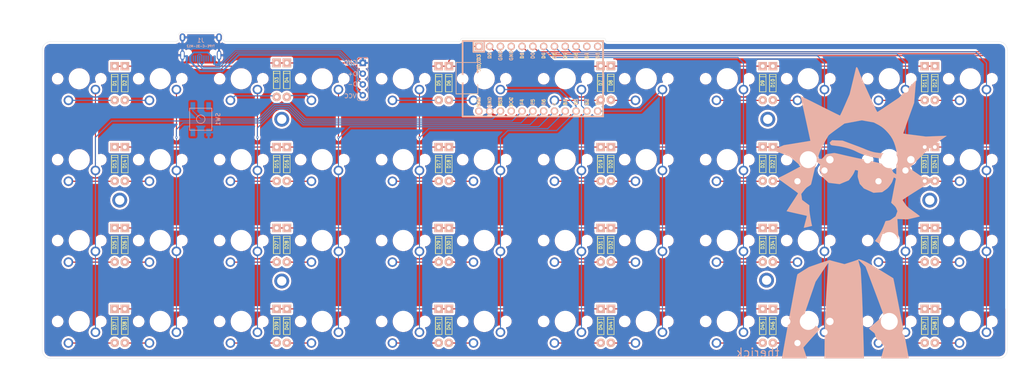
<source format=kicad_pcb>
(kicad_pcb (version 20171130) (host pcbnew "(5.1.2-1)-1")
  (layers (0 F.Cu signal) (31 B.Cu signal) (34 B.Paste user) (35 F.Paste user) (36 B.SilkS user) (37 F.SilkS user) (38 B.Mask user) (39 F.Mask user) (44 Edge.Cuts user))
  (net 0 "")
  (net 1 /row0)
  (net 2 "Net-(D1-Pad2)")
  (net 3 "Net-(D2-Pad2)")
  (net 4 "Net-(D3-Pad2)")
  (net 5 "Net-(D4-Pad2)")
  (net 6 "Net-(D5-Pad2)")
  (net 7 "Net-(D6-Pad2)")
  (net 8 "Net-(D7-Pad2)")
  (net 9 "Net-(D8-Pad2)")
  (net 10 "Net-(D9-Pad2)")
  (net 11 "Net-(D10-Pad2)")
  (net 12 "Net-(D11-Pad2)")
  (net 13 "Net-(D12-Pad2)")
  (net 14 /row1)
  (net 15 "Net-(D13-Pad2)")
  (net 16 "Net-(D14-Pad2)")
  (net 17 "Net-(D15-Pad2)")
  (net 18 "Net-(D16-Pad2)")
  (net 19 "Net-(D17-Pad2)")
  (net 20 "Net-(D18-Pad2)")
  (net 21 "Net-(D19-Pad2)")
  (net 22 "Net-(D20-Pad2)")
  (net 23 "Net-(D21-Pad2)")
  (net 24 "Net-(D22-Pad2)")
  (net 25 "Net-(D23-Pad2)")
  (net 26 "Net-(D24-Pad2)")
  (net 27 "Net-(D25-Pad2)")
  (net 28 /row2)
  (net 29 "Net-(D26-Pad2)")
  (net 30 "Net-(D27-Pad2)")
  (net 31 "Net-(D28-Pad2)")
  (net 32 "Net-(D29-Pad2)")
  (net 33 "Net-(D30-Pad2)")
  (net 34 "Net-(D31-Pad2)")
  (net 35 "Net-(D32-Pad2)")
  (net 36 "Net-(D33-Pad2)")
  (net 37 "Net-(D34-Pad2)")
  (net 38 "Net-(D35-Pad2)")
  (net 39 "Net-(D36-Pad2)")
  (net 40 /row3)
  (net 41 "Net-(D37-Pad2)")
  (net 42 "Net-(D38-Pad2)")
  (net 43 "Net-(D39-Pad2)")
  (net 44 "Net-(D40-Pad2)")
  (net 45 "Net-(D41-Pad2)")
  (net 46 "Net-(D42-Pad2)")
  (net 47 "Net-(D43-Pad2)")
  (net 48 "Net-(D44-Pad2)")
  (net 49 "Net-(D45-Pad2)")
  (net 50 "Net-(D46-Pad2)")
  (net 51 "Net-(D47-Pad2)")
  (net 52 "Net-(D48-Pad2)")
  (net 53 /col0)
  (net 54 /col1)
  (net 55 /col2)
  (net 56 /col3)
  (net 57 /col4)
  (net 58 /col5)
  (net 59 /col6)
  (net 60 /col7)
  (net 61 /col8)
  (net 62 /col9)
  (net 63 /col10)
  (net 64 /col11)
  (net 65 "Net-(SW1-Pad2)")
  (net 66 GND)
  (net 67 D-)
  (net 68 D+)
  (net 69 VCC)
  (module acheron_Connectors:TYPE-C-31-M-12 (layer B.Cu) (at 84.1375 40.408625)
    (fp_text reference J1 (at 0 -5) (layer B.SilkS) (effects (justify mirror)))
    (fp_text value TYPE-C-31-M12_13)
    (pad B4 smd roundrect (at 2.45 -1.275) (size 0.6 1.45) (drill (offset 0 0.55)) (layers B.Cu B.Paste B.Mask) (net 69 VCC))
    (pad B1 smd roundrect (at 3.25 -1.275) (size 0.6 1.45) (drill (offset 0 0.55)) (layers B.Cu B.Paste B.Mask) (net 66 GND))
    (pad A4 smd roundrect (at -2.45 -1.275) (size 0.6 1.45) (drill (offset 0 0.55)) (layers B.Cu B.Paste B.Mask) (net 69 VCC))
    (pad S thru_hole oval (at -4.3 -1.5) (size 1.016 2.159) (drill oval 0.6 1.7) (layers *.Cu *.Mask) (net 66 GND))
    (pad A7 smd roundrect (at 0.25 -1.275) (size 0.3 1.45) (drill (offset 0 0.55)) (layers B.Cu B.Paste B.Mask) (net 67 D-))
    (pad B6 smd roundrect (at 0.75 -1.275) (size 0.3 1.45) (drill (offset 0 0.55)) (layers B.Cu B.Paste B.Mask) (net 68 D+))
    (pad A8 smd roundrect (at 1.25 -1.275) (size 0.3 1.45) (drill (offset 0 0.55)) (layers B.Cu B.Paste B.Mask))
    (pad B5 smd roundrect (at 1.75 -1.275) (size 0.3 1.45) (drill (offset 0 0.55)) (layers B.Cu B.Paste B.Mask))
    (pad A6 smd roundrect (at -0.254 -1.275) (size 0.3 1.45) (drill (offset 0 0.55)) (layers B.Cu B.Paste B.Mask) (net 68 D+))
    (pad B7 smd roundrect (at -0.75 -1.275) (size 0.3 1.45) (drill (offset 0 0.55)) (layers B.Cu B.Paste B.Mask) (net 67 D-))
    (pad A5 smd roundrect (at -1.25 -1.275) (size 0.3 1.45) (drill (offset 0 0.55)) (layers B.Cu B.Paste B.Mask))
    (pad B8 smd roundrect (at -1.75 -1.275) (size 0.3 1.45) (drill (offset 0 0.55)) (layers B.Cu B.Paste B.Mask))
    (pad A1 smd roundrect (at -3.25 -1.275) (size 0.6 1.45) (drill (offset 0 0.55)) (layers B.Cu B.Paste B.Mask) (net 66 GND))
    (pad S thru_hole oval (at -4.3 -5.7) (size 1.3 1.9) (drill oval 0.6 1.2) (layers *.Cu *.Mask) (net 66 GND))
    (pad "" np_thru_hole circle (at -2.89 -2.051) (size 0.65 0.65) (drill 0.65) (layers *.Cu *.Mask))
    (pad "" np_thru_hole circle (at 2.89 -2.051) (size 0.65 0.65) (drill 0.65) (layers *.Cu *.Mask))
    (pad S thru_hole oval (at 4.3 -5.7) (size 1.3 1.9) (drill oval 0.6 1.2) (layers *.Cu *.Mask) (net 66 GND))
    (pad S thru_hole oval (at 4.3 -1.5) (size 1.016 2.159) (drill oval 0.6 1.7) (layers *.Cu *.Mask) (net 66 GND))
  )
  (module Keebio-Parts:Diode_Long (layer F.Cu) (at 63.896875 45.48125 90)
    (fp_text reference D1 (at 0 0 90) (layer F.SilkS) (effects (font (size 0.8 0.7))))
    (fp_text value D hide)
    (pad 2 thru_hole circle (at -4 0 90) (size 2 2) (drill 0.9) (layers *.Cu *.SilkS *.Mask) (net 2 "Net-(D1-Pad2)"))
    (pad 1 thru_hole rect (at 4 0 90) (size 2 2) (drill 0.9) (layers *.Cu *.SilkS *.Mask) (net 1 /row0))
  )
  (module random-keyboard-parts:SKQG-1155865 (layer B.Cu) (at 84.1375 53.975 270)
    (fp_text reference SW1 (at 0 -4.064 90) (layer B.SilkS) (effects (justify mirror)))
    (fp_text value SW_PUSH)
    (pad 4 smd rect (at -3.1 -1.85 270) (size 1.8 1.1) (layers B.Cu B.Paste B.Mask))
    (pad 3 smd rect (at 3.1 1.85 270) (size 1.8 1.1) (layers B.Cu B.Paste B.Mask))
    (pad 2 smd rect (at -3.1 1.85 270) (size 1.8 1.1) (layers B.Cu B.Paste B.Mask) (net 65 "Net-(SW1-Pad2)"))
    (pad 1 smd rect (at 3.1 -1.85 270) (size 1.8 1.1) (layers B.Cu B.Paste B.Mask) (net 66 GND))
  )
  (module Keebio-Parts:Diode_Long (layer F.Cu) (at 142.47992 64.53125 90)
    (fp_text reference D18 (at 0 0 90) (layer F.SilkS) (effects (font (size 0.8 0.7))))
    (fp_text value D hide)
    (pad 2 thru_hole circle (at -4 0 90) (size 2 2) (drill 0.9) (layers *.Cu *.SilkS *.Mask) (net 20 "Net-(D18-Pad2)"))
    (pad 1 thru_hole rect (at 4 0 90) (size 2 2) (drill 0.9) (layers *.Cu *.SilkS *.Mask) (net 14 /row1))
  )
  (module acheron_Connectors:PinHeader_1x4_P2.54mm_Vertical_B_mask (layer B.Cu) (at 122.25 44.52 180)
    (fp_text reference J2 hide)
    (fp_text value 4PIN hide)
    (fp_text user GND (at 2.9335 3.88) (layer B.SilkS) (effects (justify mirror)))
    (fp_text user D+ (at 2.4255 1.213) (layer B.SilkS) (effects (justify mirror)))
    (fp_text user D- (at 2.4255 -1.2) (layer B.SilkS) (effects (justify mirror)))
    (fp_text user VCC (at 2.9335 -3.994) (layer B.SilkS) (effects (justify mirror)))
    (pad 4 thru_hole oval (at 0 -3.81 180) (size 1.524 1.524) (drill 0.762) (layers *.Cu *.Mask) (net 69 VCC))
    (pad 1 thru_hole rect (at 0 3.81 180) (size 1.524 1.524) (drill 0.762) (layers *.Cu *.Mask) (net 66 GND))
    (pad 2 thru_hole oval (at 0 1.27 180) (size 1.524 1.524) (drill 0.762) (layers *.Cu *.Mask) (net 68 D+))
    (pad 3 thru_hole oval (at 0 -1.27 180) (size 1.524 1.524) (drill 0.762) (layers *.Cu *.Mask) (net 67 D-))
  )
  (module Keebio-Parts:Diode_Long (layer F.Cu) (at 216.2996 45.48176 90)
    (fp_text reference D9 (at 0 0 90) (layer F.SilkS) (effects (font (size 0.8 0.7))))
    (fp_text value D hide)
    (pad 1 thru_hole rect (at 4 0 90) (size 2 2) (drill 0.9) (layers *.Cu *.SilkS *.Mask) (net 1 /row0))
    (pad 2 thru_hole circle (at -4 0 90) (size 2 2) (drill 0.9) (layers *.Cu *.SilkS *.Mask) (net 10 "Net-(D9-Pad2)"))
  )
  (module Keebio-Parts:Diode_Long (layer F.Cu) (at 218.68088 45.48176 90)
    (fp_text reference D10 (at 0 0 90) (layer F.SilkS) (effects (font (size 0.8 0.7))))
    (fp_text value D hide)
    (pad 1 thru_hole rect (at 4 0 90) (size 2 2) (drill 0.9) (layers *.Cu *.SilkS *.Mask) (net 1 /row0))
    (pad 2 thru_hole circle (at -4 0 90) (size 2 2) (drill 0.9) (layers *.Cu *.SilkS *.Mask) (net 11 "Net-(D10-Pad2)"))
  )
  (module Keebio-Parts:ArduinoProMicro (layer B.Cu) (at 163.5125 44.45)
    (fp_text reference U1 hide)
    (fp_text value ProMicro hide)
    (fp_text user ST (at -8.91 5.04 -90) (layer F.SilkS) (effects (font (size 0.8 0.8))))
    (fp_text user TX0/D3 (at -13.97 -3.571872 -90) (layer B.SilkS) (effects (font (size 0.8 0.8)) (justify mirror)))
    (fp_text user TX0/D3 (at -13.97 -3.571872 -90) (layer F.SilkS) (effects (font (size 0.8 0.8))))
    (fp_text user D2 (at -11.43 -5.461 -90) (layer B.SilkS) (effects (font (size 0.8 0.8)) (justify mirror)))
    (fp_text user D0 (at -1.27 -5.461 -90) (layer B.SilkS) (effects (font (size 0.8 0.8)) (justify mirror)))
    (fp_text user D1 (at -3.81 -5.461 -90) (layer B.SilkS) (effects (font (size 0.8 0.8)) (justify mirror)))
    (fp_text user GND (at -6.35 -5.461 -90) (layer B.SilkS) (effects (font (size 0.8 0.8)) (justify mirror)))
    (fp_text user GND (at -8.89 -5.461 -90) (layer B.SilkS) (effects (font (size 0.8 0.8)) (justify mirror)))
    (fp_text user D4 (at 1.27 -5.461 -90) (layer B.SilkS) (effects (font (size 0.8 0.8)) (justify mirror)))
    (fp_text user C6 (at 3.81 -5.461 -90) (layer B.SilkS) (effects (font (size 0.8 0.8)) (justify mirror)))
    (fp_text user D7 (at 6.35 -5.461 -90) (layer B.SilkS) (effects (font (size 0.8 0.8)) (justify mirror)))
    (fp_text user E6 (at 8.89 -5.461 -90) (layer B.SilkS) (effects (font (size 0.8 0.8)) (justify mirror)))
    (fp_text user B4 (at 11.43 -5.461 -90) (layer B.SilkS) (effects (font (size 0.8 0.8)) (justify mirror)))
    (fp_text user B5 (at 13.97 -5.461 -90) (layer B.SilkS) (effects (font (size 0.8 0.8)) (justify mirror)))
    (fp_text user B6 (at 13.97 5.461 -90) (layer B.SilkS) (effects (font (size 0.8 0.8)) (justify mirror)))
    (fp_text user B2 (at 11.43 5.461 -90) (layer F.SilkS) (effects (font (size 0.8 0.8))))
    (fp_text user B3 (at 8.89 5.461 -90) (layer B.SilkS) (effects (font (size 0.8 0.8)) (justify mirror)))
    (fp_text user B1 (at 6.35 5.461 -90) (layer B.SilkS) (effects (font (size 0.8 0.8)) (justify mirror)))
    (fp_text user F7 (at 3.81 5.461 -90) (layer F.SilkS) (effects (font (size 0.8 0.8))))
    (fp_text user F6 (at 1.27 5.461 -90) (layer F.SilkS) (effects (font (size 0.8 0.8))))
    (fp_text user F5 (at -1.27 5.461 -90) (layer F.SilkS) (effects (font (size 0.8 0.8))))
    (fp_text user F4 (at -3.81 5.461 -90) (layer B.SilkS) (effects (font (size 0.8 0.8)) (justify mirror)))
    (fp_text user VCC (at -6.35 5.461 -90) (layer B.SilkS) (effects (font (size 0.8 0.8)) (justify mirror)))
    (fp_text user ST (at -8.92 5.73312 -90) (layer B.SilkS) (effects (font (size 0.8 0.8)) (justify mirror)))
    (fp_text user GND (at -11.43 5.461 -90) (layer B.SilkS) (effects (font (size 0.8 0.8)) (justify mirror)))
    (fp_text user RAW (at -13.97 5.461 -90) (layer B.SilkS) (effects (font (size 0.8 0.8)) (justify mirror)))
    (fp_text user RAW (at -13.97 5.461 -90) (layer F.SilkS) (effects (font (size 0.8 0.8))))
    (fp_text user GND (at -11.43 5.461 -90) (layer F.SilkS) (effects (font (size 0.8 0.8))))
    (fp_text user VCC (at -6.35 5.461 -90) (layer F.SilkS) (effects (font (size 0.8 0.8))))
    (fp_text user F4 (at -3.81 5.461 -90) (layer F.SilkS) (effects (font (size 0.8 0.8))))
    (fp_text user F5 (at -1.27 5.461 -90) (layer B.SilkS) (effects (font (size 0.8 0.8)) (justify mirror)))
    (fp_text user F6 (at 1.27 5.461 -90) (layer B.SilkS) (effects (font (size 0.8 0.8)) (justify mirror)))
    (fp_text user F7 (at 3.81 5.461 -90) (layer B.SilkS) (effects (font (size 0.8 0.8)) (justify mirror)))
    (fp_text user B1 (at 6.35 5.461 -90) (layer F.SilkS) (effects (font (size 0.8 0.8))))
    (fp_text user B3 (at 8.89 5.461 -90) (layer F.SilkS) (effects (font (size 0.8 0.8))))
    (fp_text user B2 (at 11.43 5.461 -90) (layer B.SilkS) (effects (font (size 0.8 0.8)) (justify mirror)))
    (fp_text user B6 (at 13.97 5.461 -90) (layer F.SilkS) (effects (font (size 0.8 0.8))))
    (fp_text user B5 (at 13.97 -5.461 -90) (layer F.SilkS) (effects (font (size 0.8 0.8))))
    (fp_text user B4 (at 11.43 -5.461 -90) (layer F.SilkS) (effects (font (size 0.8 0.8))))
    (fp_text user E6 (at 8.89 -5.461 -90) (layer F.SilkS) (effects (font (size 0.8 0.8))))
    (fp_text user D7 (at 6.35 -5.461 -90) (layer F.SilkS) (effects (font (size 0.8 0.8))))
    (fp_text user C6 (at 3.81 -5.461 -90) (layer F.SilkS) (effects (font (size 0.8 0.8))))
    (fp_text user D4 (at 1.27 -5.461 -90) (layer F.SilkS) (effects (font (size 0.8 0.8))))
    (fp_text user GND (at -8.89 -5.461 -90) (layer F.SilkS) (effects (font (size 0.8 0.8))))
    (fp_text user GND (at -6.35 -5.461 -90) (layer F.SilkS) (effects (font (size 0.8 0.8))))
    (fp_text user D1 (at -3.81 -5.461 -90) (layer F.SilkS) (effects (font (size 0.8 0.8))))
    (fp_text user D0 (at -1.27 -5.461 -90) (layer F.SilkS) (effects (font (size 0.8 0.8))))
    (fp_text user D2 (at -11.43 -5.461 -90) (layer F.SilkS) (effects (font (size 0.8 0.8))))
    (pad 24 thru_hole circle (at -13.97 7.62) (size 1.7526 1.7526) (drill 1.0922) (layers *.Cu *.SilkS *.Mask))
    (pad 12 thru_hole circle (at 13.97 -7.62) (size 1.7526 1.7526) (drill 1.0922) (layers *.Cu *.SilkS *.Mask))
    (pad 23 thru_hole circle (at -11.43 7.62) (size 1.7526 1.7526) (drill 1.0922) (layers *.Cu *.SilkS *.Mask) (net 66 GND))
    (pad 22 thru_hole circle (at -8.89 7.62) (size 1.7526 1.7526) (drill 1.0922) (layers *.Cu *.SilkS *.Mask) (net 65 "Net-(SW1-Pad2)"))
    (pad 21 thru_hole circle (at -6.35 7.62) (size 1.7526 1.7526) (drill 1.0922) (layers *.Cu *.SilkS *.Mask))
    (pad 20 thru_hole circle (at -3.81 7.62) (size 1.7526 1.7526) (drill 1.0922) (layers *.Cu *.SilkS *.Mask) (net 53 /col0))
    (pad 19 thru_hole circle (at -1.27 7.62) (size 1.7526 1.7526) (drill 1.0922) (layers *.Cu *.SilkS *.Mask) (net 54 /col1))
    (pad 18 thru_hole circle (at 1.27 7.62) (size 1.7526 1.7526) (drill 1.0922) (layers *.Cu *.SilkS *.Mask) (net 55 /col2))
    (pad 17 thru_hole circle (at 3.81 7.62) (size 1.7526 1.7526) (drill 1.0922) (layers *.Cu *.SilkS *.Mask) (net 56 /col3))
    (pad 16 thru_hole circle (at 6.35 7.62) (size 1.7526 1.7526) (drill 1.0922) (layers *.Cu *.SilkS *.Mask) (net 57 /col4))
    (pad 15 thru_hole circle (at 8.89 7.62) (size 1.7526 1.7526) (drill 1.0922) (layers *.Cu *.SilkS *.Mask) (net 58 /col5))
    (pad 14 thru_hole circle (at 11.43 7.62) (size 1.7526 1.7526) (drill 1.0922) (layers *.Cu *.SilkS *.Mask) (net 59 /col6))
    (pad 13 thru_hole circle (at 13.97 7.62) (size 1.7526 1.7526) (drill 1.0922) (layers *.Cu *.SilkS *.Mask) (net 60 /col7))
    (pad 11 thru_hole circle (at 11.43 -7.62) (size 1.7526 1.7526) (drill 1.0922) (layers *.Cu *.SilkS *.Mask))
    (pad 10 thru_hole circle (at 8.89 -7.62) (size 1.7526 1.7526) (drill 1.0922) (layers *.Cu *.SilkS *.Mask) (net 64 /col11))
    (pad 9 thru_hole circle (at 6.35 -7.62) (size 1.7526 1.7526) (drill 1.0922) (layers *.Cu *.SilkS *.Mask) (net 63 /col10))
    (pad 8 thru_hole circle (at 3.81 -7.62) (size 1.7526 1.7526) (drill 1.0922) (layers *.Cu *.SilkS *.Mask) (net 62 /col9))
    (pad 7 thru_hole circle (at 1.27 -7.62) (size 1.7526 1.7526) (drill 1.0922) (layers *.Cu *.SilkS *.Mask) (net 61 /col8))
    (pad 6 thru_hole circle (at -1.27 -7.62) (size 1.7526 1.7526) (drill 1.0922) (layers *.Cu *.SilkS *.Mask) (net 40 /row3))
    (pad 5 thru_hole circle (at -3.81 -7.62) (size 1.7526 1.7526) (drill 1.0922) (layers *.Cu *.SilkS *.Mask) (net 28 /row2))
    (pad 4 thru_hole circle (at -6.35 -7.62) (size 1.7526 1.7526) (drill 1.0922) (layers *.Cu *.SilkS *.Mask))
    (pad 3 thru_hole circle (at -8.89 -7.62) (size 1.7526 1.7526) (drill 1.0922) (layers *.Cu *.SilkS *.Mask))
    (pad 2 thru_hole circle (at -11.43 -7.62) (size 1.7526 1.7526) (drill 1.0922) (layers *.Cu *.SilkS *.Mask) (net 14 /row1))
    (pad 1 thru_hole rect (at -13.97 -7.62) (size 1.7526 1.7526) (drill 1.0922) (layers *.Cu *.SilkS *.Mask) (net 1 /row0))
  )
  (module Keebio-Parts:Diode_Long (layer F.Cu) (at 178.19912 102.63248 90)
    (fp_text reference D43 (at 0 0 90) (layer F.SilkS) (effects (font (size 0.8 0.7))))
    (fp_text value D hide)
    (pad 1 thru_hole rect (at 4 0 90) (size 2 2) (drill 0.9) (layers *.Cu *.SilkS *.Mask) (net 40 /row3))
    (pad 2 thru_hole circle (at -4 0 90) (size 2 2) (drill 0.9) (layers *.Cu *.SilkS *.Mask) (net 47 "Net-(D43-Pad2)"))
  )
  (module Keebio-Parts:Diode_Long (layer F.Cu) (at 218.68088 64.53125 90)
    (fp_text reference D22 (at 0 0 90) (layer F.SilkS) (effects (font (size 0.8 0.7))))
    (fp_text value D hide)
    (pad 1 thru_hole rect (at 4 0 90) (size 2 2) (drill 0.9) (layers *.Cu *.SilkS *.Mask) (net 14 /row1))
    (pad 2 thru_hole circle (at -4 0 90) (size 2 2) (drill 0.9) (layers *.Cu *.SilkS *.Mask) (net 24 "Net-(D22-Pad2)"))
  )
  (module Keebio-Parts:Diode_Long (layer F.Cu) (at 66.27896 45.48176 90)
    (fp_text reference D2 (at 0 0 90) (layer F.SilkS) (effects (font (size 0.8 0.7))))
    (fp_text value D hide)
    (pad 1 thru_hole rect (at 4 0 90) (size 2 2) (drill 0.9) (layers *.Cu *.SilkS *.Mask) (net 1 /row0))
    (pad 2 thru_hole circle (at -4 0 90) (size 2 2) (drill 0.9) (layers *.Cu *.SilkS *.Mask) (net 3 "Net-(D2-Pad2)"))
  )
  (module Keebio-Parts:Diode_Long (layer F.Cu) (at 101.99816 44.73176 90)
    (fp_text reference D3 (at 0 0 90) (layer F.SilkS) (effects (font (size 0.8 0.7))))
    (fp_text value D hide)
    (pad 1 thru_hole rect (at 4 0 90) (size 2 2) (drill 0.9) (layers *.Cu *.SilkS *.Mask) (net 1 /row0))
    (pad 2 thru_hole circle (at -4 0 90) (size 2 2) (drill 0.9) (layers *.Cu *.SilkS *.Mask) (net 4 "Net-(D3-Pad2)"))
  )
  (module Keebio-Parts:Diode_Long (layer F.Cu) (at 104.37944 44.73176 90)
    (fp_text reference D4 (at 0 0 90) (layer F.SilkS) (effects (font (size 0.8 0.7))))
    (fp_text value D hide)
    (pad 1 thru_hole rect (at 4 0 90) (size 2 2) (drill 0.9) (layers *.Cu *.SilkS *.Mask) (net 1 /row0))
    (pad 2 thru_hole circle (at -4 0 90) (size 2 2) (drill 0.9) (layers *.Cu *.SilkS *.Mask) (net 5 "Net-(D4-Pad2)"))
  )
  (module Keebio-Parts:Diode_Long (layer F.Cu) (at 140.09864 45.48176 90)
    (fp_text reference D5 (at 0 0 90) (layer F.SilkS) (effects (font (size 0.8 0.7))))
    (fp_text value D hide)
    (pad 1 thru_hole rect (at 4 0 90) (size 2 2) (drill 0.9) (layers *.Cu *.SilkS *.Mask) (net 1 /row0))
    (pad 2 thru_hole circle (at -4 0 90) (size 2 2) (drill 0.9) (layers *.Cu *.SilkS *.Mask) (net 6 "Net-(D5-Pad2)"))
  )
  (module Keebio-Parts:Diode_Long (layer F.Cu) (at 142.47992 45.48176 90)
    (fp_text reference D6 (at 0 0 90) (layer F.SilkS) (effects (font (size 0.8 0.7))))
    (fp_text value D hide)
    (pad 1 thru_hole rect (at 4 0 90) (size 2 2) (drill 0.9) (layers *.Cu *.SilkS *.Mask) (net 1 /row0))
    (pad 2 thru_hole circle (at -4 0 90) (size 2 2) (drill 0.9) (layers *.Cu *.SilkS *.Mask) (net 7 "Net-(D6-Pad2)"))
  )
  (module Keebio-Parts:Diode_Long (layer F.Cu) (at 178.19912 45.4224 90)
    (fp_text reference D7 (at 0 0 90) (layer F.SilkS) (effects (font (size 0.8 0.7))))
    (fp_text value D hide)
    (pad 1 thru_hole rect (at 4 0 90) (size 2 2) (drill 0.9) (layers *.Cu *.SilkS *.Mask) (net 1 /row0))
    (pad 2 thru_hole circle (at -4 0 90) (size 2 2) (drill 0.9) (layers *.Cu *.SilkS *.Mask) (net 8 "Net-(D7-Pad2)"))
  )
  (module Keebio-Parts:Diode_Long (layer F.Cu) (at 180.5804 45.4224 90)
    (fp_text reference D8 (at 0 0 90) (layer F.SilkS) (effects (font (size 0.8 0.7))))
    (fp_text value D hide)
    (pad 1 thru_hole rect (at 4 0 90) (size 2 2) (drill 0.9) (layers *.Cu *.SilkS *.Mask) (net 1 /row0))
    (pad 2 thru_hole circle (at -4 0 90) (size 2 2) (drill 0.9) (layers *.Cu *.SilkS *.Mask) (net 9 "Net-(D8-Pad2)"))
  )
  (module Keebio-Parts:Diode_Long (layer F.Cu) (at 254.40008 45.48176 90)
    (fp_text reference D11 (at 0 0 90) (layer F.SilkS) (effects (font (size 0.8 0.7))))
    (fp_text value D hide)
    (pad 1 thru_hole rect (at 4 0 90) (size 2 2) (drill 0.9) (layers *.Cu *.SilkS *.Mask) (net 1 /row0))
    (pad 2 thru_hole circle (at -4 0 90) (size 2 2) (drill 0.9) (layers *.Cu *.SilkS *.Mask) (net 12 "Net-(D11-Pad2)"))
  )
  (module Keebio-Parts:Diode_Long (layer F.Cu) (at 256.78136 45.48125 90)
    (fp_text reference D12 (at 0 0 90) (layer F.SilkS) (effects (font (size 0.8 0.7))))
    (fp_text value D hide)
    (pad 1 thru_hole rect (at 4 0 90) (size 2 2) (drill 0.9) (layers *.Cu *.SilkS *.Mask) (net 1 /row0))
    (pad 2 thru_hole circle (at -4 0 90) (size 2 2) (drill 0.9) (layers *.Cu *.SilkS *.Mask) (net 13 "Net-(D12-Pad2)"))
  )
  (module Keebio-Parts:Diode_Long (layer F.Cu) (at 63.89768 64.53125 90)
    (fp_text reference D13 (at 0 0 90) (layer F.SilkS) (effects (font (size 0.8 0.7))))
    (fp_text value D hide)
    (pad 1 thru_hole rect (at 4 0 90) (size 2 2) (drill 0.9) (layers *.Cu *.SilkS *.Mask) (net 14 /row1))
    (pad 2 thru_hole circle (at -4 0 90) (size 2 2) (drill 0.9) (layers *.Cu *.SilkS *.Mask) (net 15 "Net-(D13-Pad2)"))
  )
  (module Keebio-Parts:Diode_Long (layer F.Cu) (at 66.27896 64.532 90)
    (fp_text reference D14 (at 0 0 90) (layer F.SilkS) (effects (font (size 0.8 0.7))))
    (fp_text value D hide)
    (pad 1 thru_hole rect (at 4 0 90) (size 2 2) (drill 0.9) (layers *.Cu *.SilkS *.Mask) (net 14 /row1))
    (pad 2 thru_hole circle (at -4 0 90) (size 2 2) (drill 0.9) (layers *.Cu *.SilkS *.Mask) (net 16 "Net-(D14-Pad2)"))
  )
  (module Keebio-Parts:Diode_Long (layer F.Cu) (at 101.99816 64.532 90)
    (fp_text reference D15 (at 0 0 90) (layer F.SilkS) (effects (font (size 0.8 0.7))))
    (fp_text value D hide)
    (pad 1 thru_hole rect (at 4 0 90) (size 2 2) (drill 0.9) (layers *.Cu *.SilkS *.Mask) (net 14 /row1))
    (pad 2 thru_hole circle (at -4 0 90) (size 2 2) (drill 0.9) (layers *.Cu *.SilkS *.Mask) (net 17 "Net-(D15-Pad2)"))
  )
  (module Keebio-Parts:Diode_Long (layer F.Cu) (at 104.37944 64.532 90)
    (fp_text reference D16 (at 0 0 90) (layer F.SilkS) (effects (font (size 0.8 0.7))))
    (fp_text value D hide)
    (pad 1 thru_hole rect (at 4 0 90) (size 2 2) (drill 0.9) (layers *.Cu *.SilkS *.Mask) (net 14 /row1))
    (pad 2 thru_hole circle (at -4 0 90) (size 2 2) (drill 0.9) (layers *.Cu *.SilkS *.Mask) (net 18 "Net-(D16-Pad2)"))
  )
  (module Keebio-Parts:Diode_Long (layer F.Cu) (at 140.09864 64.53125 90)
    (fp_text reference D17 (at 0 0 90) (layer F.SilkS) (effects (font (size 0.8 0.7))))
    (fp_text value D hide)
    (pad 1 thru_hole rect (at 4 0 90) (size 2 2) (drill 0.9) (layers *.Cu *.SilkS *.Mask) (net 14 /row1))
    (pad 2 thru_hole circle (at -4 0 90) (size 2 2) (drill 0.9) (layers *.Cu *.SilkS *.Mask) (net 19 "Net-(D17-Pad2)"))
  )
  (module Keebio-Parts:Diode_Long (layer F.Cu) (at 178.19912 64.53125 90)
    (fp_text reference D19 (at 0 0 90) (layer F.SilkS) (effects (font (size 0.8 0.7))))
    (fp_text value D hide)
    (pad 1 thru_hole rect (at 4 0 90) (size 2 2) (drill 0.9) (layers *.Cu *.SilkS *.Mask) (net 14 /row1))
    (pad 2 thru_hole circle (at -4 0 90) (size 2 2) (drill 0.9) (layers *.Cu *.SilkS *.Mask) (net 21 "Net-(D19-Pad2)"))
  )
  (module Keebio-Parts:Diode_Long (layer F.Cu) (at 180.5804 64.532 90)
    (fp_text reference D20 (at 0 0 90) (layer F.SilkS) (effects (font (size 0.8 0.7))))
    (fp_text value D hide)
    (pad 1 thru_hole rect (at 4 0 90) (size 2 2) (drill 0.9) (layers *.Cu *.SilkS *.Mask) (net 14 /row1))
    (pad 2 thru_hole circle (at -4 0 90) (size 2 2) (drill 0.9) (layers *.Cu *.SilkS *.Mask) (net 22 "Net-(D20-Pad2)"))
  )
  (module Keebio-Parts:Diode_Long (layer F.Cu) (at 216.2996 64.5008 90)
    (fp_text reference D21 (at 0 0 90) (layer F.SilkS) (effects (font (size 0.8 0.7))))
    (fp_text value D hide)
    (pad 1 thru_hole rect (at 4 0 90) (size 2 2) (drill 0.9) (layers *.Cu *.SilkS *.Mask) (net 14 /row1))
    (pad 2 thru_hole circle (at -4 0 90) (size 2 2) (drill 0.9) (layers *.Cu *.SilkS *.Mask) (net 23 "Net-(D21-Pad2)"))
  )
  (module Keebio-Parts:Diode_Long (layer F.Cu) (at 254.40008 64.532 90)
    (fp_text reference D23 (at 0 0 90) (layer F.SilkS) (effects (font (size 0.8 0.7))))
    (fp_text value D hide)
    (pad 1 thru_hole rect (at 4 0 90) (size 2 2) (drill 0.9) (layers *.Cu *.SilkS *.Mask) (net 14 /row1))
    (pad 2 thru_hole circle (at -4 0 90) (size 2 2) (drill 0.9) (layers *.Cu *.SilkS *.Mask) (net 25 "Net-(D23-Pad2)"))
  )
  (module Keebio-Parts:Diode_Long (layer F.Cu) (at 256.78136 64.53125 90)
    (fp_text reference D24 (at 0 0 90) (layer F.SilkS) (effects (font (size 0.8 0.7))))
    (fp_text value D hide)
    (pad 1 thru_hole rect (at 4 0 90) (size 2 2) (drill 0.9) (layers *.Cu *.SilkS *.Mask) (net 14 /row1))
    (pad 2 thru_hole circle (at -4 0 90) (size 2 2) (drill 0.9) (layers *.Cu *.SilkS *.Mask) (net 26 "Net-(D24-Pad2)"))
  )
  (module Keebio-Parts:Diode_Long (layer F.Cu) (at 63.89768 83.58224 90)
    (fp_text reference D25 (at 0 0 90) (layer F.SilkS) (effects (font (size 0.8 0.7))))
    (fp_text value D hide)
    (pad 1 thru_hole rect (at 4 0 90) (size 2 2) (drill 0.9) (layers *.Cu *.SilkS *.Mask) (net 28 /row2))
    (pad 2 thru_hole circle (at -4 0 90) (size 2 2) (drill 0.9) (layers *.Cu *.SilkS *.Mask) (net 27 "Net-(D25-Pad2)"))
  )
  (module Keebio-Parts:Diode_Long (layer F.Cu) (at 66.27896 83.58224 90)
    (fp_text reference D26 (at 0 0 90) (layer F.SilkS) (effects (font (size 0.8 0.7))))
    (fp_text value D hide)
    (pad 1 thru_hole rect (at 4 0 90) (size 2 2) (drill 0.9) (layers *.Cu *.SilkS *.Mask) (net 28 /row2))
    (pad 2 thru_hole circle (at -4 0 90) (size 2 2) (drill 0.9) (layers *.Cu *.SilkS *.Mask) (net 29 "Net-(D26-Pad2)"))
  )
  (module Keebio-Parts:Diode_Long (layer F.Cu) (at 101.99816 83.58224 90)
    (fp_text reference D27 (at 0 0 90) (layer F.SilkS) (effects (font (size 0.8 0.7))))
    (fp_text value D hide)
    (pad 1 thru_hole rect (at 4 0 90) (size 2 2) (drill 0.9) (layers *.Cu *.SilkS *.Mask) (net 28 /row2))
    (pad 2 thru_hole circle (at -4 0 90) (size 2 2) (drill 0.9) (layers *.Cu *.SilkS *.Mask) (net 30 "Net-(D27-Pad2)"))
  )
  (module Keebio-Parts:Diode_Long (layer F.Cu) (at 104.37944 83.58224 90)
    (fp_text reference D28 (at 0 0 90) (layer F.SilkS) (effects (font (size 0.8 0.7))))
    (fp_text value D hide)
    (pad 1 thru_hole rect (at 4 0 90) (size 2 2) (drill 0.9) (layers *.Cu *.SilkS *.Mask) (net 28 /row2))
    (pad 2 thru_hole circle (at -4 0 90) (size 2 2) (drill 0.9) (layers *.Cu *.SilkS *.Mask) (net 31 "Net-(D28-Pad2)"))
  )
  (module Keebio-Parts:Diode_Long (layer F.Cu) (at 140.09864 83.58224 90)
    (fp_text reference D29 (at 0 0 90) (layer F.SilkS) (effects (font (size 0.8 0.7))))
    (fp_text value D hide)
    (pad 1 thru_hole rect (at 4 0 90) (size 2 2) (drill 0.9) (layers *.Cu *.SilkS *.Mask) (net 28 /row2))
    (pad 2 thru_hole circle (at -4 0 90) (size 2 2) (drill 0.9) (layers *.Cu *.SilkS *.Mask) (net 32 "Net-(D29-Pad2)"))
  )
  (module Keebio-Parts:Diode_Long (layer F.Cu) (at 142.47992 83.58125 90)
    (fp_text reference D30 (at 0 0 90) (layer F.SilkS) (effects (font (size 0.8 0.7))))
    (fp_text value D hide)
    (pad 1 thru_hole rect (at 4 0 90) (size 2 2) (drill 0.9) (layers *.Cu *.SilkS *.Mask) (net 28 /row2))
    (pad 2 thru_hole circle (at -4 0 90) (size 2 2) (drill 0.9) (layers *.Cu *.SilkS *.Mask) (net 33 "Net-(D30-Pad2)"))
  )
  (module Keebio-Parts:Diode_Long (layer F.Cu) (at 178.19912 83.58224 90)
    (fp_text reference D31 (at 0 0 90) (layer F.SilkS) (effects (font (size 0.8 0.7))))
    (fp_text value D hide)
    (pad 1 thru_hole rect (at 4 0 90) (size 2 2) (drill 0.9) (layers *.Cu *.SilkS *.Mask) (net 28 /row2))
    (pad 2 thru_hole circle (at -4 0 90) (size 2 2) (drill 0.9) (layers *.Cu *.SilkS *.Mask) (net 34 "Net-(D31-Pad2)"))
  )
  (module Keebio-Parts:Diode_Long (layer F.Cu) (at 180.5804 83.58224 90)
    (fp_text reference D32 (at 0 0 90) (layer F.SilkS) (effects (font (size 0.8 0.7))))
    (fp_text value D hide)
    (pad 1 thru_hole rect (at 4 0 90) (size 2 2) (drill 0.9) (layers *.Cu *.SilkS *.Mask) (net 28 /row2))
    (pad 2 thru_hole circle (at -4 0 90) (size 2 2) (drill 0.9) (layers *.Cu *.SilkS *.Mask) (net 35 "Net-(D32-Pad2)"))
  )
  (module Keebio-Parts:Diode_Long (layer F.Cu) (at 216.2996 83.58224 90)
    (fp_text reference D33 (at 0 0 90) (layer F.SilkS) (effects (font (size 0.8 0.7))))
    (fp_text value D hide)
    (pad 1 thru_hole rect (at 4 0 90) (size 2 2) (drill 0.9) (layers *.Cu *.SilkS *.Mask) (net 28 /row2))
    (pad 2 thru_hole circle (at -4 0 90) (size 2 2) (drill 0.9) (layers *.Cu *.SilkS *.Mask) (net 36 "Net-(D33-Pad2)"))
  )
  (module Keebio-Parts:Diode_Long (layer F.Cu) (at 218.68088 83.58224 90)
    (fp_text reference D34 (at 0 0 90) (layer F.SilkS) (effects (font (size 0.8 0.7))))
    (fp_text value D hide)
    (pad 1 thru_hole rect (at 4 0 90) (size 2 2) (drill 0.9) (layers *.Cu *.SilkS *.Mask) (net 28 /row2))
    (pad 2 thru_hole circle (at -4 0 90) (size 2 2) (drill 0.9) (layers *.Cu *.SilkS *.Mask) (net 37 "Net-(D34-Pad2)"))
  )
  (module Keebio-Parts:Diode_Long (layer F.Cu) (at 254.40008 83.58224 90)
    (fp_text reference D35 (at 0 0 90) (layer F.SilkS) (effects (font (size 0.8 0.7))))
    (fp_text value D hide)
    (pad 1 thru_hole rect (at 4 0 90) (size 2 2) (drill 0.9) (layers *.Cu *.SilkS *.Mask) (net 28 /row2))
    (pad 2 thru_hole circle (at -4 0 90) (size 2 2) (drill 0.9) (layers *.Cu *.SilkS *.Mask) (net 38 "Net-(D35-Pad2)"))
  )
  (module Keebio-Parts:Diode_Long (layer F.Cu) (at 256.78136 83.58224 90)
    (fp_text reference D36 (at 0 0 90) (layer F.SilkS) (effects (font (size 0.8 0.7))))
    (fp_text value D hide)
    (pad 1 thru_hole rect (at 4 0 90) (size 2 2) (drill 0.9) (layers *.Cu *.SilkS *.Mask) (net 28 /row2))
    (pad 2 thru_hole circle (at -4 0 90) (size 2 2) (drill 0.9) (layers *.Cu *.SilkS *.Mask) (net 39 "Net-(D36-Pad2)"))
  )
  (module Keebio-Parts:Diode_Long (layer F.Cu) (at 63.89768 102.63248 90)
    (fp_text reference D37 (at 0 0 90) (layer F.SilkS) (effects (font (size 0.8 0.7))))
    (fp_text value D hide)
    (pad 1 thru_hole rect (at 4 0 90) (size 2 2) (drill 0.9) (layers *.Cu *.SilkS *.Mask) (net 40 /row3))
    (pad 2 thru_hole circle (at -4 0 90) (size 2 2) (drill 0.9) (layers *.Cu *.SilkS *.Mask) (net 41 "Net-(D37-Pad2)"))
  )
  (module Keebio-Parts:Diode_Long (layer F.Cu) (at 66.27896 102.63248 90)
    (fp_text reference D38 (at 0 0 90) (layer F.SilkS) (effects (font (size 0.8 0.7))))
    (fp_text value D hide)
    (pad 1 thru_hole rect (at 4 0 90) (size 2 2) (drill 0.9) (layers *.Cu *.SilkS *.Mask) (net 40 /row3))
    (pad 2 thru_hole circle (at -4 0 90) (size 2 2) (drill 0.9) (layers *.Cu *.SilkS *.Mask) (net 42 "Net-(D38-Pad2)"))
  )
  (module Keebio-Parts:Diode_Long (layer F.Cu) (at 101.99816 102.63248 90)
    (fp_text reference D39 (at 0 0 90) (layer F.SilkS) (effects (font (size 0.8 0.7))))
    (fp_text value D hide)
    (pad 1 thru_hole rect (at 4 0 90) (size 2 2) (drill 0.9) (layers *.Cu *.SilkS *.Mask) (net 40 /row3))
    (pad 2 thru_hole circle (at -4 0 90) (size 2 2) (drill 0.9) (layers *.Cu *.SilkS *.Mask) (net 43 "Net-(D39-Pad2)"))
  )
  (module Keebio-Parts:Diode_Long (layer F.Cu) (at 104.37944 102.63248 90)
    (fp_text reference D40 (at 0 0 90) (layer F.SilkS) (effects (font (size 0.8 0.7))))
    (fp_text value D hide)
    (pad 1 thru_hole rect (at 4 0 90) (size 2 2) (drill 0.9) (layers *.Cu *.SilkS *.Mask) (net 40 /row3))
    (pad 2 thru_hole circle (at -4 0 90) (size 2 2) (drill 0.9) (layers *.Cu *.SilkS *.Mask) (net 44 "Net-(D40-Pad2)"))
  )
  (module Keebio-Parts:Diode_Long (layer F.Cu) (at 140.09864 102.63248 90)
    (fp_text reference D41 (at 0 0 90) (layer F.SilkS) (effects (font (size 0.8 0.7))))
    (fp_text value D hide)
    (pad 1 thru_hole rect (at 4 0 90) (size 2 2) (drill 0.9) (layers *.Cu *.SilkS *.Mask) (net 40 /row3))
    (pad 2 thru_hole circle (at -4 0 90) (size 2 2) (drill 0.9) (layers *.Cu *.SilkS *.Mask) (net 45 "Net-(D41-Pad2)"))
  )
  (module Keebio-Parts:Diode_Long (layer F.Cu) (at 142.47992 102.63248 90)
    (fp_text reference D42 (at 0 0 90) (layer F.SilkS) (effects (font (size 0.8 0.7))))
    (fp_text value D hide)
    (pad 1 thru_hole rect (at 4 0 90) (size 2 2) (drill 0.9) (layers *.Cu *.SilkS *.Mask) (net 40 /row3))
    (pad 2 thru_hole circle (at -4 0 90) (size 2 2) (drill 0.9) (layers *.Cu *.SilkS *.Mask) (net 46 "Net-(D42-Pad2)"))
  )
  (module Keebio-Parts:Diode_Long (layer F.Cu) (at 180.5804 102.63248 90)
    (fp_text reference D44 (at 0 0 90) (layer F.SilkS) (effects (font (size 0.8 0.7))))
    (fp_text value D hide)
    (pad 1 thru_hole rect (at 4 0 90) (size 2 2) (drill 0.9) (layers *.Cu *.SilkS *.Mask) (net 40 /row3))
    (pad 2 thru_hole circle (at -4 0 90) (size 2 2) (drill 0.9) (layers *.Cu *.SilkS *.Mask) (net 48 "Net-(D44-Pad2)"))
  )
  (module Keebio-Parts:Diode_Long (layer F.Cu) (at 216.2996 102.63125 90)
    (fp_text reference D45 (at 0 0 90) (layer F.SilkS) (effects (font (size 0.8 0.7))))
    (fp_text value D hide)
    (pad 1 thru_hole rect (at 4 0 90) (size 2 2) (drill 0.9) (layers *.Cu *.SilkS *.Mask) (net 40 /row3))
    (pad 2 thru_hole circle (at -4 0 90) (size 2 2) (drill 0.9) (layers *.Cu *.SilkS *.Mask) (net 49 "Net-(D45-Pad2)"))
  )
  (module Keebio-Parts:Diode_Long (layer F.Cu) (at 218.68088 102.63125 90)
    (fp_text reference D46 (at 0 0 90) (layer F.SilkS) (effects (font (size 0.8 0.7))))
    (fp_text value D hide)
    (pad 1 thru_hole rect (at 4 0 90) (size 2 2) (drill 0.9) (layers *.Cu *.SilkS *.Mask) (net 40 /row3))
    (pad 2 thru_hole circle (at -4 0 90) (size 2 2) (drill 0.9) (layers *.Cu *.SilkS *.Mask) (net 50 "Net-(D46-Pad2)"))
  )
  (module Keebio-Parts:Diode_Long (layer F.Cu) (at 254.40008 102.63248 90)
    (fp_text reference D47 (at 0 0 90) (layer F.SilkS) (effects (font (size 0.8 0.7))))
    (fp_text value D hide)
    (pad 1 thru_hole rect (at 4 0 90) (size 2 2) (drill 0.9) (layers *.Cu *.SilkS *.Mask) (net 40 /row3))
    (pad 2 thru_hole circle (at -4 0 90) (size 2 2) (drill 0.9) (layers *.Cu *.SilkS *.Mask) (net 51 "Net-(D47-Pad2)"))
  )
  (module Keebio-Parts:Diode_Long (layer F.Cu) (at 256.78136 102.63248 90)
    (fp_text reference D48 (at 0 0 90) (layer F.SilkS) (effects (font (size 0.8 0.7))))
    (fp_text value D hide)
    (pad 1 thru_hole rect (at 4 0 90) (size 2 2) (drill 0.9) (layers *.Cu *.SilkS *.Mask) (net 40 /row3))
    (pad 2 thru_hole circle (at -4 0 90) (size 2 2) (drill 0.9) (layers *.Cu *.SilkS *.Mask) (net 52 "Net-(D48-Pad2)"))
  )
  (module random-keyboard-parts:Generic-Mounthole (layer F.Cu) (at 65.0875 73.025)
    (fp_text reference H1)
    (fp_text value MountingHole)
    (pad 1 thru_hole circle (at 0 0) (size 3.5 3.5) (drill 2.2) (layers *.Cu *.Mask))
  )
  (module random-keyboard-parts:Generic-Mounthole (layer F.Cu) (at 103.1875 53.975)
    (fp_text reference H2)
    (fp_text value MountingHole)
    (pad 1 thru_hole circle (at 0 0) (size 3.5 3.5) (drill 2.2) (layers *.Cu *.Mask))
  )
  (module random-keyboard-parts:Generic-Mounthole (layer F.Cu) (at 103.1875 92.075)
    (fp_text reference H3)
    (fp_text value MountingHole)
    (pad 1 thru_hole circle (at 0 0) (size 3.5 3.5) (drill 2.2) (layers *.Cu *.Mask))
  )
  (module random-keyboard-parts:Generic-Mounthole (layer F.Cu) (at 217.4875 53.975)
    (fp_text reference H4)
    (fp_text value MountingHole)
    (pad 1 thru_hole circle (at 0 0) (size 3.5 3.5) (drill 2.2) (layers *.Cu *.Mask))
  )
  (module random-keyboard-parts:Generic-Mounthole (layer F.Cu) (at 217.20625 91.88125)
    (fp_text reference H5)
    (fp_text value MountingHole)
    (pad 1 thru_hole circle (at 0 0) (size 3.5 3.5) (drill 2.2) (layers *.Cu *.Mask))
  )
  (module random-keyboard-parts:Generic-Mounthole (layer F.Cu) (at 255.5875 73.025)
    (fp_text reference H6)
    (fp_text value MountingHole)
    (pad 1 thru_hole circle (at 0 0) (size 3.5 3.5) (drill 2.2) (layers *.Cu *.Mask))
  )
  (module MX_Only:MXOnly-1U-NoLED (layer F.Cu) (at 55.5625 44.45 180)
    (fp_text reference K1)
    (fp_text value KEYSW)
    (pad 2 thru_hole circle (at 2.54 -5.08 180) (size 2.25 2.25) (drill 1.47) (layers *.Cu B.Mask) (net 2 "Net-(D1-Pad2)"))
    (pad "" np_thru_hole circle (at 0 0 180) (size 3.9878 3.9878) (drill 3.9878) (layers *.Cu *.Mask))
    (pad 1 thru_hole circle (at -3.81 -2.54 180) (size 2.25 2.25) (drill 1.47) (layers *.Cu B.Mask) (net 53 /col0))
    (pad "" np_thru_hole circle (at -5.08 0 228.0996) (size 1.75 1.75) (drill 1.75) (layers *.Cu *.Mask))
    (pad "" np_thru_hole circle (at 5.08 0 228.0996) (size 1.75 1.75) (drill 1.75) (layers *.Cu *.Mask))
  )
  (module MX_Only:MXOnly-1U-NoLED (layer F.Cu) (at 74.6125 44.45 180)
    (fp_text reference K2)
    (fp_text value KEYSW)
    (pad 2 thru_hole circle (at 2.54 -5.08 180) (size 2.25 2.25) (drill 1.47) (layers *.Cu B.Mask) (net 3 "Net-(D2-Pad2)"))
    (pad "" np_thru_hole circle (at 0 0 180) (size 3.9878 3.9878) (drill 3.9878) (layers *.Cu *.Mask))
    (pad 1 thru_hole circle (at -3.81 -2.54 180) (size 2.25 2.25) (drill 1.47) (layers *.Cu B.Mask) (net 54 /col1))
    (pad "" np_thru_hole circle (at -5.08 0 228.0996) (size 1.75 1.75) (drill 1.75) (layers *.Cu *.Mask))
    (pad "" np_thru_hole circle (at 5.08 0 228.0996) (size 1.75 1.75) (drill 1.75) (layers *.Cu *.Mask))
  )
  (module MX_Only:MXOnly-1U-NoLED (layer F.Cu) (at 93.6625 44.45 180)
    (fp_text reference K3)
    (fp_text value KEYSW)
    (pad 2 thru_hole circle (at 2.54 -5.08 180) (size 2.25 2.25) (drill 1.47) (layers *.Cu B.Mask) (net 4 "Net-(D3-Pad2)"))
    (pad "" np_thru_hole circle (at 0 0 180) (size 3.9878 3.9878) (drill 3.9878) (layers *.Cu *.Mask))
    (pad 1 thru_hole circle (at -3.81 -2.54 180) (size 2.25 2.25) (drill 1.47) (layers *.Cu B.Mask) (net 55 /col2))
    (pad "" np_thru_hole circle (at -5.08 0 228.0996) (size 1.75 1.75) (drill 1.75) (layers *.Cu *.Mask))
    (pad "" np_thru_hole circle (at 5.08 0 228.0996) (size 1.75 1.75) (drill 1.75) (layers *.Cu *.Mask))
  )
  (module MX_Only:MXOnly-1U-NoLED (layer F.Cu) (at 112.7125 44.45 180)
    (fp_text reference K4)
    (fp_text value KEYSW)
    (pad 2 thru_hole circle (at 2.54 -5.08 180) (size 2.25 2.25) (drill 1.47) (layers *.Cu B.Mask) (net 5 "Net-(D4-Pad2)"))
    (pad "" np_thru_hole circle (at 0 0 180) (size 3.9878 3.9878) (drill 3.9878) (layers *.Cu *.Mask))
    (pad 1 thru_hole circle (at -3.81 -2.54 180) (size 2.25 2.25) (drill 1.47) (layers *.Cu B.Mask) (net 56 /col3))
    (pad "" np_thru_hole circle (at -5.08 0 228.0996) (size 1.75 1.75) (drill 1.75) (layers *.Cu *.Mask))
    (pad "" np_thru_hole circle (at 5.08 0 228.0996) (size 1.75 1.75) (drill 1.75) (layers *.Cu *.Mask))
  )
  (module MX_Only:MXOnly-1U-NoLED (layer F.Cu) (at 131.7625 44.45 180)
    (fp_text reference K5)
    (fp_text value KEYSW)
    (pad 2 thru_hole circle (at 2.54 -5.08 180) (size 2.25 2.25) (drill 1.47) (layers *.Cu B.Mask) (net 6 "Net-(D5-Pad2)"))
    (pad "" np_thru_hole circle (at 0 0 180) (size 3.9878 3.9878) (drill 3.9878) (layers *.Cu *.Mask))
    (pad 1 thru_hole circle (at -3.81 -2.54 180) (size 2.25 2.25) (drill 1.47) (layers *.Cu B.Mask) (net 57 /col4))
    (pad "" np_thru_hole circle (at -5.08 0 228.0996) (size 1.75 1.75) (drill 1.75) (layers *.Cu *.Mask))
    (pad "" np_thru_hole circle (at 5.08 0 228.0996) (size 1.75 1.75) (drill 1.75) (layers *.Cu *.Mask))
  )
  (module MX_Only:MXOnly-1U-NoLED (layer F.Cu) (at 150.8125 44.45 180)
    (fp_text reference K6)
    (fp_text value KEYSW)
    (pad 2 thru_hole circle (at 2.54 -5.08 180) (size 2.25 2.25) (drill 1.47) (layers *.Cu B.Mask) (net 7 "Net-(D6-Pad2)"))
    (pad "" np_thru_hole circle (at 0 0 180) (size 3.9878 3.9878) (drill 3.9878) (layers *.Cu *.Mask))
    (pad 1 thru_hole circle (at -3.81 -2.54 180) (size 2.25 2.25) (drill 1.47) (layers *.Cu B.Mask) (net 58 /col5))
    (pad "" np_thru_hole circle (at -5.08 0 228.0996) (size 1.75 1.75) (drill 1.75) (layers *.Cu *.Mask))
    (pad "" np_thru_hole circle (at 5.08 0 228.0996) (size 1.75 1.75) (drill 1.75) (layers *.Cu *.Mask))
  )
  (module MX_Only:MXOnly-1U-NoLED (layer F.Cu) (at 169.8625 44.45 180)
    (fp_text reference K7)
    (fp_text value KEYSW)
    (pad 2 thru_hole circle (at 2.54 -5.08 180) (size 2.25 2.25) (drill 1.47) (layers *.Cu B.Mask) (net 8 "Net-(D7-Pad2)"))
    (pad "" np_thru_hole circle (at 0 0 180) (size 3.9878 3.9878) (drill 3.9878) (layers *.Cu *.Mask))
    (pad 1 thru_hole circle (at -3.81 -2.54 180) (size 2.25 2.25) (drill 1.47) (layers *.Cu B.Mask) (net 59 /col6))
    (pad "" np_thru_hole circle (at -5.08 0 228.0996) (size 1.75 1.75) (drill 1.75) (layers *.Cu *.Mask))
    (pad "" np_thru_hole circle (at 5.08 0 228.0996) (size 1.75 1.75) (drill 1.75) (layers *.Cu *.Mask))
  )
  (module MX_Only:MXOnly-1U-NoLED (layer F.Cu) (at 188.9125 44.45 180)
    (fp_text reference K8)
    (fp_text value KEYSW)
    (pad 2 thru_hole circle (at 2.54 -5.08 180) (size 2.25 2.25) (drill 1.47) (layers *.Cu B.Mask) (net 9 "Net-(D8-Pad2)"))
    (pad "" np_thru_hole circle (at 0 0 180) (size 3.9878 3.9878) (drill 3.9878) (layers *.Cu *.Mask))
    (pad 1 thru_hole circle (at -3.81 -2.54 180) (size 2.25 2.25) (drill 1.47) (layers *.Cu B.Mask) (net 60 /col7))
    (pad "" np_thru_hole circle (at -5.08 0 228.0996) (size 1.75 1.75) (drill 1.75) (layers *.Cu *.Mask))
    (pad "" np_thru_hole circle (at 5.08 0 228.0996) (size 1.75 1.75) (drill 1.75) (layers *.Cu *.Mask))
  )
  (module MX_Only:MXOnly-1U-NoLED (layer F.Cu) (at 207.9625 44.45 180)
    (fp_text reference K9)
    (fp_text value KEYSW)
    (pad 2 thru_hole circle (at 2.54 -5.08 180) (size 2.25 2.25) (drill 1.47) (layers *.Cu B.Mask) (net 10 "Net-(D9-Pad2)"))
    (pad "" np_thru_hole circle (at 0 0 180) (size 3.9878 3.9878) (drill 3.9878) (layers *.Cu *.Mask))
    (pad 1 thru_hole circle (at -3.81 -2.54 180) (size 2.25 2.25) (drill 1.47) (layers *.Cu B.Mask) (net 61 /col8))
    (pad "" np_thru_hole circle (at -5.08 0 228.0996) (size 1.75 1.75) (drill 1.75) (layers *.Cu *.Mask))
    (pad "" np_thru_hole circle (at 5.08 0 228.0996) (size 1.75 1.75) (drill 1.75) (layers *.Cu *.Mask))
  )
  (module MX_Only:MXOnly-1U-NoLED (layer F.Cu) (at 227.0125 44.45 180)
    (fp_text reference K10)
    (fp_text value KEYSW)
    (pad 2 thru_hole circle (at 2.54 -5.08 180) (size 2.25 2.25) (drill 1.47) (layers *.Cu B.Mask) (net 11 "Net-(D10-Pad2)"))
    (pad "" np_thru_hole circle (at 0 0 180) (size 3.9878 3.9878) (drill 3.9878) (layers *.Cu *.Mask))
    (pad 1 thru_hole circle (at -3.81 -2.54 180) (size 2.25 2.25) (drill 1.47) (layers *.Cu B.Mask) (net 62 /col9))
    (pad "" np_thru_hole circle (at -5.08 0 228.0996) (size 1.75 1.75) (drill 1.75) (layers *.Cu *.Mask))
    (pad "" np_thru_hole circle (at 5.08 0 228.0996) (size 1.75 1.75) (drill 1.75) (layers *.Cu *.Mask))
  )
  (module MX_Only:MXOnly-1U-NoLED (layer F.Cu) (at 246.0625 44.45 180)
    (fp_text reference K11)
    (fp_text value KEYSW)
    (pad 2 thru_hole circle (at 2.54 -5.08 180) (size 2.25 2.25) (drill 1.47) (layers *.Cu B.Mask) (net 12 "Net-(D11-Pad2)"))
    (pad "" np_thru_hole circle (at 0 0 180) (size 3.9878 3.9878) (drill 3.9878) (layers *.Cu *.Mask))
    (pad 1 thru_hole circle (at -3.81 -2.54 180) (size 2.25 2.25) (drill 1.47) (layers *.Cu B.Mask) (net 63 /col10))
    (pad "" np_thru_hole circle (at -5.08 0 228.0996) (size 1.75 1.75) (drill 1.75) (layers *.Cu *.Mask))
    (pad "" np_thru_hole circle (at 5.08 0 228.0996) (size 1.75 1.75) (drill 1.75) (layers *.Cu *.Mask))
  )
  (module MX_Only:MXOnly-1U-NoLED (layer F.Cu) (at 265.1125 44.45 180)
    (fp_text reference K12)
    (fp_text value KEYSW)
    (pad 2 thru_hole circle (at 2.54 -5.08 180) (size 2.25 2.25) (drill 1.47) (layers *.Cu B.Mask) (net 13 "Net-(D12-Pad2)"))
    (pad "" np_thru_hole circle (at 0 0 180) (size 3.9878 3.9878) (drill 3.9878) (layers *.Cu *.Mask))
    (pad 1 thru_hole circle (at -3.81 -2.54 180) (size 2.25 2.25) (drill 1.47) (layers *.Cu B.Mask) (net 64 /col11))
    (pad "" np_thru_hole circle (at -5.08 0 228.0996) (size 1.75 1.75) (drill 1.75) (layers *.Cu *.Mask))
    (pad "" np_thru_hole circle (at 5.08 0 228.0996) (size 1.75 1.75) (drill 1.75) (layers *.Cu *.Mask))
  )
  (module MX_Only:MXOnly-1U-NoLED (layer F.Cu) (at 55.5625 63.5 180)
    (fp_text reference K13)
    (fp_text value KEYSW)
    (pad 2 thru_hole circle (at 2.54 -5.08 180) (size 2.25 2.25) (drill 1.47) (layers *.Cu B.Mask) (net 15 "Net-(D13-Pad2)"))
    (pad "" np_thru_hole circle (at 0 0 180) (size 3.9878 3.9878) (drill 3.9878) (layers *.Cu *.Mask))
    (pad 1 thru_hole circle (at -3.81 -2.54 180) (size 2.25 2.25) (drill 1.47) (layers *.Cu B.Mask) (net 53 /col0))
    (pad "" np_thru_hole circle (at -5.08 0 228.0996) (size 1.75 1.75) (drill 1.75) (layers *.Cu *.Mask))
    (pad "" np_thru_hole circle (at 5.08 0 228.0996) (size 1.75 1.75) (drill 1.75) (layers *.Cu *.Mask))
  )
  (module MX_Only:MXOnly-1U-NoLED (layer F.Cu) (at 74.6125 63.5 180)
    (fp_text reference K14)
    (fp_text value KEYSW)
    (pad 2 thru_hole circle (at 2.54 -5.08 180) (size 2.25 2.25) (drill 1.47) (layers *.Cu B.Mask) (net 16 "Net-(D14-Pad2)"))
    (pad "" np_thru_hole circle (at 0 0 180) (size 3.9878 3.9878) (drill 3.9878) (layers *.Cu *.Mask))
    (pad 1 thru_hole circle (at -3.81 -2.54 180) (size 2.25 2.25) (drill 1.47) (layers *.Cu B.Mask) (net 54 /col1))
    (pad "" np_thru_hole circle (at -5.08 0 228.0996) (size 1.75 1.75) (drill 1.75) (layers *.Cu *.Mask))
    (pad "" np_thru_hole circle (at 5.08 0 228.0996) (size 1.75 1.75) (drill 1.75) (layers *.Cu *.Mask))
  )
  (module MX_Only:MXOnly-1U-NoLED (layer F.Cu) (at 93.6625 63.5 180)
    (fp_text reference K15)
    (fp_text value KEYSW)
    (pad 2 thru_hole circle (at 2.54 -5.08 180) (size 2.25 2.25) (drill 1.47) (layers *.Cu B.Mask) (net 17 "Net-(D15-Pad2)"))
    (pad "" np_thru_hole circle (at 0 0 180) (size 3.9878 3.9878) (drill 3.9878) (layers *.Cu *.Mask))
    (pad 1 thru_hole circle (at -3.81 -2.54 180) (size 2.25 2.25) (drill 1.47) (layers *.Cu B.Mask) (net 55 /col2))
    (pad "" np_thru_hole circle (at -5.08 0 228.0996) (size 1.75 1.75) (drill 1.75) (layers *.Cu *.Mask))
    (pad "" np_thru_hole circle (at 5.08 0 228.0996) (size 1.75 1.75) (drill 1.75) (layers *.Cu *.Mask))
  )
  (module MX_Only:MXOnly-1U-NoLED (layer F.Cu) (at 112.7125 63.5 180)
    (fp_text reference K16)
    (fp_text value KEYSW)
    (pad 2 thru_hole circle (at 2.54 -5.08 180) (size 2.25 2.25) (drill 1.47) (layers *.Cu B.Mask) (net 18 "Net-(D16-Pad2)"))
    (pad "" np_thru_hole circle (at 0 0 180) (size 3.9878 3.9878) (drill 3.9878) (layers *.Cu *.Mask))
    (pad 1 thru_hole circle (at -3.81 -2.54 180) (size 2.25 2.25) (drill 1.47) (layers *.Cu B.Mask) (net 56 /col3))
    (pad "" np_thru_hole circle (at -5.08 0 228.0996) (size 1.75 1.75) (drill 1.75) (layers *.Cu *.Mask))
    (pad "" np_thru_hole circle (at 5.08 0 228.0996) (size 1.75 1.75) (drill 1.75) (layers *.Cu *.Mask))
  )
  (module MX_Only:MXOnly-1U-NoLED (layer F.Cu) (at 131.7625 63.5 180)
    (fp_text reference K17)
    (fp_text value KEYSW)
    (pad 2 thru_hole circle (at 2.54 -5.08 180) (size 2.25 2.25) (drill 1.47) (layers *.Cu B.Mask) (net 19 "Net-(D17-Pad2)"))
    (pad "" np_thru_hole circle (at 0 0 180) (size 3.9878 3.9878) (drill 3.9878) (layers *.Cu *.Mask))
    (pad 1 thru_hole circle (at -3.81 -2.54 180) (size 2.25 2.25) (drill 1.47) (layers *.Cu B.Mask) (net 57 /col4))
    (pad "" np_thru_hole circle (at -5.08 0 228.0996) (size 1.75 1.75) (drill 1.75) (layers *.Cu *.Mask))
    (pad "" np_thru_hole circle (at 5.08 0 228.0996) (size 1.75 1.75) (drill 1.75) (layers *.Cu *.Mask))
  )
  (module MX_Only:MXOnly-1U-NoLED (layer F.Cu) (at 150.8125 63.5 180)
    (fp_text reference K18)
    (fp_text value KEYSW)
    (pad 2 thru_hole circle (at 2.54 -5.08 180) (size 2.25 2.25) (drill 1.47) (layers *.Cu B.Mask) (net 20 "Net-(D18-Pad2)"))
    (pad "" np_thru_hole circle (at 0 0 180) (size 3.9878 3.9878) (drill 3.9878) (layers *.Cu *.Mask))
    (pad 1 thru_hole circle (at -3.81 -2.54 180) (size 2.25 2.25) (drill 1.47) (layers *.Cu B.Mask) (net 58 /col5))
    (pad "" np_thru_hole circle (at -5.08 0 228.0996) (size 1.75 1.75) (drill 1.75) (layers *.Cu *.Mask))
    (pad "" np_thru_hole circle (at 5.08 0 228.0996) (size 1.75 1.75) (drill 1.75) (layers *.Cu *.Mask))
  )
  (module MX_Only:MXOnly-1U-NoLED (layer F.Cu) (at 169.8625 63.5 180)
    (fp_text reference K19)
    (fp_text value KEYSW)
    (pad 2 thru_hole circle (at 2.54 -5.08 180) (size 2.25 2.25) (drill 1.47) (layers *.Cu B.Mask) (net 21 "Net-(D19-Pad2)"))
    (pad "" np_thru_hole circle (at 0 0 180) (size 3.9878 3.9878) (drill 3.9878) (layers *.Cu *.Mask))
    (pad 1 thru_hole circle (at -3.81 -2.54 180) (size 2.25 2.25) (drill 1.47) (layers *.Cu B.Mask) (net 59 /col6))
    (pad "" np_thru_hole circle (at -5.08 0 228.0996) (size 1.75 1.75) (drill 1.75) (layers *.Cu *.Mask))
    (pad "" np_thru_hole circle (at 5.08 0 228.0996) (size 1.75 1.75) (drill 1.75) (layers *.Cu *.Mask))
  )
  (module MX_Only:MXOnly-1U-NoLED (layer F.Cu) (at 188.9125 63.5 180)
    (fp_text reference K20)
    (fp_text value KEYSW)
    (pad 2 thru_hole circle (at 2.54 -5.08 180) (size 2.25 2.25) (drill 1.47) (layers *.Cu B.Mask) (net 22 "Net-(D20-Pad2)"))
    (pad "" np_thru_hole circle (at 0 0 180) (size 3.9878 3.9878) (drill 3.9878) (layers *.Cu *.Mask))
    (pad 1 thru_hole circle (at -3.81 -2.54 180) (size 2.25 2.25) (drill 1.47) (layers *.Cu B.Mask) (net 60 /col7))
    (pad "" np_thru_hole circle (at -5.08 0 228.0996) (size 1.75 1.75) (drill 1.75) (layers *.Cu *.Mask))
    (pad "" np_thru_hole circle (at 5.08 0 228.0996) (size 1.75 1.75) (drill 1.75) (layers *.Cu *.Mask))
  )
  (module MX_Only:MXOnly-1U-NoLED (layer F.Cu) (at 207.9625 63.5 180)
    (fp_text reference K21)
    (fp_text value KEYSW)
    (pad 2 thru_hole circle (at 2.54 -5.08 180) (size 2.25 2.25) (drill 1.47) (layers *.Cu B.Mask) (net 23 "Net-(D21-Pad2)"))
    (pad "" np_thru_hole circle (at 0 0 180) (size 3.9878 3.9878) (drill 3.9878) (layers *.Cu *.Mask))
    (pad 1 thru_hole circle (at -3.81 -2.54 180) (size 2.25 2.25) (drill 1.47) (layers *.Cu B.Mask) (net 61 /col8))
    (pad "" np_thru_hole circle (at -5.08 0 228.0996) (size 1.75 1.75) (drill 1.75) (layers *.Cu *.Mask))
    (pad "" np_thru_hole circle (at 5.08 0 228.0996) (size 1.75 1.75) (drill 1.75) (layers *.Cu *.Mask))
  )
  (module MX_Only:MXOnly-1U-NoLED (layer F.Cu) (at 227.0125 63.5 180)
    (fp_text reference K22)
    (fp_text value KEYSW)
    (pad 2 thru_hole circle (at 2.54 -5.08 180) (size 2.25 2.25) (drill 1.47) (layers *.Cu B.Mask) (net 24 "Net-(D22-Pad2)"))
    (pad "" np_thru_hole circle (at 0 0 180) (size 3.9878 3.9878) (drill 3.9878) (layers *.Cu *.Mask))
    (pad 1 thru_hole circle (at -3.81 -2.54 180) (size 2.25 2.25) (drill 1.47) (layers *.Cu B.Mask) (net 62 /col9))
    (pad "" np_thru_hole circle (at -5.08 0 228.0996) (size 1.75 1.75) (drill 1.75) (layers *.Cu *.Mask))
    (pad "" np_thru_hole circle (at 5.08 0 228.0996) (size 1.75 1.75) (drill 1.75) (layers *.Cu *.Mask))
  )
  (module MX_Only:MXOnly-1U-NoLED (layer F.Cu) (at 246.0625 63.5 180)
    (fp_text reference K23)
    (fp_text value KEYSW)
    (pad 2 thru_hole circle (at 2.54 -5.08 180) (size 2.25 2.25) (drill 1.47) (layers *.Cu B.Mask) (net 25 "Net-(D23-Pad2)"))
    (pad "" np_thru_hole circle (at 0 0 180) (size 3.9878 3.9878) (drill 3.9878) (layers *.Cu *.Mask))
    (pad 1 thru_hole circle (at -3.81 -2.54 180) (size 2.25 2.25) (drill 1.47) (layers *.Cu B.Mask) (net 63 /col10))
    (pad "" np_thru_hole circle (at -5.08 0 228.0996) (size 1.75 1.75) (drill 1.75) (layers *.Cu *.Mask))
    (pad "" np_thru_hole circle (at 5.08 0 228.0996) (size 1.75 1.75) (drill 1.75) (layers *.Cu *.Mask))
  )
  (module MX_Only:MXOnly-1U-NoLED (layer F.Cu) (at 265.1125 63.5 180)
    (fp_text reference K24)
    (fp_text value KEYSW)
    (pad 2 thru_hole circle (at 2.54 -5.08 180) (size 2.25 2.25) (drill 1.47) (layers *.Cu B.Mask) (net 26 "Net-(D24-Pad2)"))
    (pad "" np_thru_hole circle (at 0 0 180) (size 3.9878 3.9878) (drill 3.9878) (layers *.Cu *.Mask))
    (pad 1 thru_hole circle (at -3.81 -2.54 180) (size 2.25 2.25) (drill 1.47) (layers *.Cu B.Mask) (net 64 /col11))
    (pad "" np_thru_hole circle (at -5.08 0 228.0996) (size 1.75 1.75) (drill 1.75) (layers *.Cu *.Mask))
    (pad "" np_thru_hole circle (at 5.08 0 228.0996) (size 1.75 1.75) (drill 1.75) (layers *.Cu *.Mask))
  )
  (module MX_Only:MXOnly-1U-NoLED (layer F.Cu) (at 55.5625 82.55 180)
    (fp_text reference K25)
    (fp_text value KEYSW)
    (pad 2 thru_hole circle (at 2.54 -5.08 180) (size 2.25 2.25) (drill 1.47) (layers *.Cu B.Mask) (net 27 "Net-(D25-Pad2)"))
    (pad "" np_thru_hole circle (at 0 0 180) (size 3.9878 3.9878) (drill 3.9878) (layers *.Cu *.Mask))
    (pad 1 thru_hole circle (at -3.81 -2.54 180) (size 2.25 2.25) (drill 1.47) (layers *.Cu B.Mask) (net 53 /col0))
    (pad "" np_thru_hole circle (at -5.08 0 228.0996) (size 1.75 1.75) (drill 1.75) (layers *.Cu *.Mask))
    (pad "" np_thru_hole circle (at 5.08 0 228.0996) (size 1.75 1.75) (drill 1.75) (layers *.Cu *.Mask))
  )
  (module MX_Only:MXOnly-1U-NoLED (layer F.Cu) (at 74.6125 82.55 180)
    (fp_text reference K26)
    (fp_text value KEYSW)
    (pad 2 thru_hole circle (at 2.54 -5.08 180) (size 2.25 2.25) (drill 1.47) (layers *.Cu B.Mask) (net 29 "Net-(D26-Pad2)"))
    (pad "" np_thru_hole circle (at 0 0 180) (size 3.9878 3.9878) (drill 3.9878) (layers *.Cu *.Mask))
    (pad 1 thru_hole circle (at -3.81 -2.54 180) (size 2.25 2.25) (drill 1.47) (layers *.Cu B.Mask) (net 54 /col1))
    (pad "" np_thru_hole circle (at -5.08 0 228.0996) (size 1.75 1.75) (drill 1.75) (layers *.Cu *.Mask))
    (pad "" np_thru_hole circle (at 5.08 0 228.0996) (size 1.75 1.75) (drill 1.75) (layers *.Cu *.Mask))
  )
  (module MX_Only:MXOnly-1U-NoLED (layer F.Cu) (at 93.6625 82.55 180)
    (fp_text reference K27)
    (fp_text value KEYSW)
    (pad 2 thru_hole circle (at 2.54 -5.08 180) (size 2.25 2.25) (drill 1.47) (layers *.Cu B.Mask) (net 30 "Net-(D27-Pad2)"))
    (pad "" np_thru_hole circle (at 0 0 180) (size 3.9878 3.9878) (drill 3.9878) (layers *.Cu *.Mask))
    (pad 1 thru_hole circle (at -3.81 -2.54 180) (size 2.25 2.25) (drill 1.47) (layers *.Cu B.Mask) (net 55 /col2))
    (pad "" np_thru_hole circle (at -5.08 0 228.0996) (size 1.75 1.75) (drill 1.75) (layers *.Cu *.Mask))
    (pad "" np_thru_hole circle (at 5.08 0 228.0996) (size 1.75 1.75) (drill 1.75) (layers *.Cu *.Mask))
  )
  (module MX_Only:MXOnly-1U-NoLED (layer F.Cu) (at 112.7125 82.55 180)
    (fp_text reference K28)
    (fp_text value KEYSW)
    (pad 2 thru_hole circle (at 2.54 -5.08 180) (size 2.25 2.25) (drill 1.47) (layers *.Cu B.Mask) (net 31 "Net-(D28-Pad2)"))
    (pad "" np_thru_hole circle (at 0 0 180) (size 3.9878 3.9878) (drill 3.9878) (layers *.Cu *.Mask))
    (pad 1 thru_hole circle (at -3.81 -2.54 180) (size 2.25 2.25) (drill 1.47) (layers *.Cu B.Mask) (net 56 /col3))
    (pad "" np_thru_hole circle (at -5.08 0 228.0996) (size 1.75 1.75) (drill 1.75) (layers *.Cu *.Mask))
    (pad "" np_thru_hole circle (at 5.08 0 228.0996) (size 1.75 1.75) (drill 1.75) (layers *.Cu *.Mask))
  )
  (module MX_Only:MXOnly-1U-NoLED (layer F.Cu) (at 131.7625 82.55 180)
    (fp_text reference K29)
    (fp_text value KEYSW)
    (pad 2 thru_hole circle (at 2.54 -5.08 180) (size 2.25 2.25) (drill 1.47) (layers *.Cu B.Mask) (net 32 "Net-(D29-Pad2)"))
    (pad "" np_thru_hole circle (at 0 0 180) (size 3.9878 3.9878) (drill 3.9878) (layers *.Cu *.Mask))
    (pad 1 thru_hole circle (at -3.81 -2.54 180) (size 2.25 2.25) (drill 1.47) (layers *.Cu B.Mask) (net 57 /col4))
    (pad "" np_thru_hole circle (at -5.08 0 228.0996) (size 1.75 1.75) (drill 1.75) (layers *.Cu *.Mask))
    (pad "" np_thru_hole circle (at 5.08 0 228.0996) (size 1.75 1.75) (drill 1.75) (layers *.Cu *.Mask))
  )
  (module MX_Only:MXOnly-1U-NoLED (layer F.Cu) (at 150.8125 82.55 180)
    (fp_text reference K30)
    (fp_text value KEYSW)
    (pad 2 thru_hole circle (at 2.54 -5.08 180) (size 2.25 2.25) (drill 1.47) (layers *.Cu B.Mask) (net 33 "Net-(D30-Pad2)"))
    (pad "" np_thru_hole circle (at 0 0 180) (size 3.9878 3.9878) (drill 3.9878) (layers *.Cu *.Mask))
    (pad 1 thru_hole circle (at -3.81 -2.54 180) (size 2.25 2.25) (drill 1.47) (layers *.Cu B.Mask) (net 58 /col5))
    (pad "" np_thru_hole circle (at -5.08 0 228.0996) (size 1.75 1.75) (drill 1.75) (layers *.Cu *.Mask))
    (pad "" np_thru_hole circle (at 5.08 0 228.0996) (size 1.75 1.75) (drill 1.75) (layers *.Cu *.Mask))
  )
  (module MX_Only:MXOnly-1U-NoLED (layer F.Cu) (at 169.8625 82.55 180)
    (fp_text reference K31)
    (fp_text value KEYSW)
    (pad 2 thru_hole circle (at 2.54 -5.08 180) (size 2.25 2.25) (drill 1.47) (layers *.Cu B.Mask) (net 34 "Net-(D31-Pad2)"))
    (pad "" np_thru_hole circle (at 0 0 180) (size 3.9878 3.9878) (drill 3.9878) (layers *.Cu *.Mask))
    (pad 1 thru_hole circle (at -3.81 -2.54 180) (size 2.25 2.25) (drill 1.47) (layers *.Cu B.Mask) (net 59 /col6))
    (pad "" np_thru_hole circle (at -5.08 0 228.0996) (size 1.75 1.75) (drill 1.75) (layers *.Cu *.Mask))
    (pad "" np_thru_hole circle (at 5.08 0 228.0996) (size 1.75 1.75) (drill 1.75) (layers *.Cu *.Mask))
  )
  (module MX_Only:MXOnly-1U-NoLED (layer F.Cu) (at 188.9125 82.55 180)
    (fp_text reference K32)
    (fp_text value KEYSW)
    (pad 2 thru_hole circle (at 2.54 -5.08 180) (size 2.25 2.25) (drill 1.47) (layers *.Cu B.Mask) (net 35 "Net-(D32-Pad2)"))
    (pad "" np_thru_hole circle (at 0 0 180) (size 3.9878 3.9878) (drill 3.9878) (layers *.Cu *.Mask))
    (pad 1 thru_hole circle (at -3.81 -2.54 180) (size 2.25 2.25) (drill 1.47) (layers *.Cu B.Mask) (net 60 /col7))
    (pad "" np_thru_hole circle (at -5.08 0 228.0996) (size 1.75 1.75) (drill 1.75) (layers *.Cu *.Mask))
    (pad "" np_thru_hole circle (at 5.08 0 228.0996) (size 1.75 1.75) (drill 1.75) (layers *.Cu *.Mask))
  )
  (module MX_Only:MXOnly-1U-NoLED (layer F.Cu) (at 207.9625 82.55 180)
    (fp_text reference K33)
    (fp_text value KEYSW)
    (pad 2 thru_hole circle (at 2.54 -5.08 180) (size 2.25 2.25) (drill 1.47) (layers *.Cu B.Mask) (net 36 "Net-(D33-Pad2)"))
    (pad "" np_thru_hole circle (at 0 0 180) (size 3.9878 3.9878) (drill 3.9878) (layers *.Cu *.Mask))
    (pad 1 thru_hole circle (at -3.81 -2.54 180) (size 2.25 2.25) (drill 1.47) (layers *.Cu B.Mask) (net 61 /col8))
    (pad "" np_thru_hole circle (at -5.08 0 228.0996) (size 1.75 1.75) (drill 1.75) (layers *.Cu *.Mask))
    (pad "" np_thru_hole circle (at 5.08 0 228.0996) (size 1.75 1.75) (drill 1.75) (layers *.Cu *.Mask))
  )
  (module MX_Only:MXOnly-1U-NoLED (layer F.Cu) (at 227.0125 82.55 180)
    (fp_text reference K34)
    (fp_text value KEYSW)
    (pad 2 thru_hole circle (at 2.54 -5.08 180) (size 2.25 2.25) (drill 1.47) (layers *.Cu B.Mask) (net 37 "Net-(D34-Pad2)"))
    (pad "" np_thru_hole circle (at 0 0 180) (size 3.9878 3.9878) (drill 3.9878) (layers *.Cu *.Mask))
    (pad 1 thru_hole circle (at -3.81 -2.54 180) (size 2.25 2.25) (drill 1.47) (layers *.Cu B.Mask) (net 62 /col9))
    (pad "" np_thru_hole circle (at -5.08 0 228.0996) (size 1.75 1.75) (drill 1.75) (layers *.Cu *.Mask))
    (pad "" np_thru_hole circle (at 5.08 0 228.0996) (size 1.75 1.75) (drill 1.75) (layers *.Cu *.Mask))
  )
  (module MX_Only:MXOnly-1U-NoLED (layer F.Cu) (at 246.0625 82.55 180)
    (fp_text reference K35)
    (fp_text value KEYSW)
    (pad 2 thru_hole circle (at 2.54 -5.08 180) (size 2.25 2.25) (drill 1.47) (layers *.Cu B.Mask) (net 38 "Net-(D35-Pad2)"))
    (pad "" np_thru_hole circle (at 0 0 180) (size 3.9878 3.9878) (drill 3.9878) (layers *.Cu *.Mask))
    (pad 1 thru_hole circle (at -3.81 -2.54 180) (size 2.25 2.25) (drill 1.47) (layers *.Cu B.Mask) (net 63 /col10))
    (pad "" np_thru_hole circle (at -5.08 0 228.0996) (size 1.75 1.75) (drill 1.75) (layers *.Cu *.Mask))
    (pad "" np_thru_hole circle (at 5.08 0 228.0996) (size 1.75 1.75) (drill 1.75) (layers *.Cu *.Mask))
  )
  (module MX_Only:MXOnly-1U-NoLED (layer F.Cu) (at 265.1125 82.55 180)
    (fp_text reference K36)
    (fp_text value KEYSW)
    (pad 2 thru_hole circle (at 2.54 -5.08 180) (size 2.25 2.25) (drill 1.47) (layers *.Cu B.Mask) (net 39 "Net-(D36-Pad2)"))
    (pad "" np_thru_hole circle (at 0 0 180) (size 3.9878 3.9878) (drill 3.9878) (layers *.Cu *.Mask))
    (pad 1 thru_hole circle (at -3.81 -2.54 180) (size 2.25 2.25) (drill 1.47) (layers *.Cu B.Mask) (net 64 /col11))
    (pad "" np_thru_hole circle (at -5.08 0 228.0996) (size 1.75 1.75) (drill 1.75) (layers *.Cu *.Mask))
    (pad "" np_thru_hole circle (at 5.08 0 228.0996) (size 1.75 1.75) (drill 1.75) (layers *.Cu *.Mask))
  )
  (module MX_Only:MXOnly-1U-NoLED (layer F.Cu) (at 55.5625 101.6 180)
    (fp_text reference K37)
    (fp_text value KEYSW)
    (pad 2 thru_hole circle (at 2.54 -5.08 180) (size 2.25 2.25) (drill 1.47) (layers *.Cu B.Mask) (net 41 "Net-(D37-Pad2)"))
    (pad "" np_thru_hole circle (at 0 0 180) (size 3.9878 3.9878) (drill 3.9878) (layers *.Cu *.Mask))
    (pad 1 thru_hole circle (at -3.81 -2.54 180) (size 2.25 2.25) (drill 1.47) (layers *.Cu B.Mask) (net 53 /col0))
    (pad "" np_thru_hole circle (at -5.08 0 228.0996) (size 1.75 1.75) (drill 1.75) (layers *.Cu *.Mask))
    (pad "" np_thru_hole circle (at 5.08 0 228.0996) (size 1.75 1.75) (drill 1.75) (layers *.Cu *.Mask))
  )
  (module MX_Only:MXOnly-1U-NoLED (layer F.Cu) (at 74.6125 101.6 180)
    (fp_text reference K38)
    (fp_text value KEYSW)
    (pad 2 thru_hole circle (at 2.54 -5.08 180) (size 2.25 2.25) (drill 1.47) (layers *.Cu B.Mask) (net 42 "Net-(D38-Pad2)"))
    (pad "" np_thru_hole circle (at 0 0 180) (size 3.9878 3.9878) (drill 3.9878) (layers *.Cu *.Mask))
    (pad 1 thru_hole circle (at -3.81 -2.54 180) (size 2.25 2.25) (drill 1.47) (layers *.Cu B.Mask) (net 54 /col1))
    (pad "" np_thru_hole circle (at -5.08 0 228.0996) (size 1.75 1.75) (drill 1.75) (layers *.Cu *.Mask))
    (pad "" np_thru_hole circle (at 5.08 0 228.0996) (size 1.75 1.75) (drill 1.75) (layers *.Cu *.Mask))
  )
  (module MX_Only:MXOnly-1U-NoLED (layer F.Cu) (at 93.6625 101.6 180)
    (fp_text reference K39)
    (fp_text value KEYSW)
    (pad 2 thru_hole circle (at 2.54 -5.08 180) (size 2.25 2.25) (drill 1.47) (layers *.Cu B.Mask) (net 43 "Net-(D39-Pad2)"))
    (pad "" np_thru_hole circle (at 0 0 180) (size 3.9878 3.9878) (drill 3.9878) (layers *.Cu *.Mask))
    (pad 1 thru_hole circle (at -3.81 -2.54 180) (size 2.25 2.25) (drill 1.47) (layers *.Cu B.Mask) (net 55 /col2))
    (pad "" np_thru_hole circle (at -5.08 0 228.0996) (size 1.75 1.75) (drill 1.75) (layers *.Cu *.Mask))
    (pad "" np_thru_hole circle (at 5.08 0 228.0996) (size 1.75 1.75) (drill 1.75) (layers *.Cu *.Mask))
  )
  (module MX_Only:MXOnly-1U-NoLED (layer F.Cu) (at 112.7125 101.6 180)
    (fp_text reference K40)
    (fp_text value KEYSW)
    (pad 2 thru_hole circle (at 2.54 -5.08 180) (size 2.25 2.25) (drill 1.47) (layers *.Cu B.Mask) (net 44 "Net-(D40-Pad2)"))
    (pad "" np_thru_hole circle (at 0 0 180) (size 3.9878 3.9878) (drill 3.9878) (layers *.Cu *.Mask))
    (pad 1 thru_hole circle (at -3.81 -2.54 180) (size 2.25 2.25) (drill 1.47) (layers *.Cu B.Mask) (net 56 /col3))
    (pad "" np_thru_hole circle (at -5.08 0 228.0996) (size 1.75 1.75) (drill 1.75) (layers *.Cu *.Mask))
    (pad "" np_thru_hole circle (at 5.08 0 228.0996) (size 1.75 1.75) (drill 1.75) (layers *.Cu *.Mask))
  )
  (module MX_Only:MXOnly-1U-NoLED (layer F.Cu) (at 131.7625 101.6 180)
    (fp_text reference K41)
    (fp_text value KEYSW)
    (pad 2 thru_hole circle (at 2.54 -5.08 180) (size 2.25 2.25) (drill 1.47) (layers *.Cu B.Mask) (net 45 "Net-(D41-Pad2)"))
    (pad "" np_thru_hole circle (at 0 0 180) (size 3.9878 3.9878) (drill 3.9878) (layers *.Cu *.Mask))
    (pad 1 thru_hole circle (at -3.81 -2.54 180) (size 2.25 2.25) (drill 1.47) (layers *.Cu B.Mask) (net 57 /col4))
    (pad "" np_thru_hole circle (at -5.08 0 228.0996) (size 1.75 1.75) (drill 1.75) (layers *.Cu *.Mask))
    (pad "" np_thru_hole circle (at 5.08 0 228.0996) (size 1.75 1.75) (drill 1.75) (layers *.Cu *.Mask))
  )
  (module MX_Only:MXOnly-1U-NoLED (layer F.Cu) (at 150.8125 101.6 180)
    (fp_text reference K42)
    (fp_text value KEYSW)
    (pad 2 thru_hole circle (at 2.54 -5.08 180) (size 2.25 2.25) (drill 1.47) (layers *.Cu B.Mask) (net 46 "Net-(D42-Pad2)"))
    (pad "" np_thru_hole circle (at 0 0 180) (size 3.9878 3.9878) (drill 3.9878) (layers *.Cu *.Mask))
    (pad 1 thru_hole circle (at -3.81 -2.54 180) (size 2.25 2.25) (drill 1.47) (layers *.Cu B.Mask) (net 58 /col5))
    (pad "" np_thru_hole circle (at -5.08 0 228.0996) (size 1.75 1.75) (drill 1.75) (layers *.Cu *.Mask))
    (pad "" np_thru_hole circle (at 5.08 0 228.0996) (size 1.75 1.75) (drill 1.75) (layers *.Cu *.Mask))
  )
  (module MX_Only:MXOnly-1U-NoLED (layer F.Cu) (at 169.8625 101.6 180)
    (fp_text reference K43)
    (fp_text value KEYSW)
    (pad 2 thru_hole circle (at 2.54 -5.08 180) (size 2.25 2.25) (drill 1.47) (layers *.Cu B.Mask) (net 47 "Net-(D43-Pad2)"))
    (pad "" np_thru_hole circle (at 0 0 180) (size 3.9878 3.9878) (drill 3.9878) (layers *.Cu *.Mask))
    (pad 1 thru_hole circle (at -3.81 -2.54 180) (size 2.25 2.25) (drill 1.47) (layers *.Cu B.Mask) (net 59 /col6))
    (pad "" np_thru_hole circle (at -5.08 0 228.0996) (size 1.75 1.75) (drill 1.75) (layers *.Cu *.Mask))
    (pad "" np_thru_hole circle (at 5.08 0 228.0996) (size 1.75 1.75) (drill 1.75) (layers *.Cu *.Mask))
  )
  (module MX_Only:MXOnly-1U-NoLED (layer F.Cu) (at 188.9125 101.6 180)
    (fp_text reference K44)
    (fp_text value KEYSW)
    (pad 2 thru_hole circle (at 2.54 -5.08 180) (size 2.25 2.25) (drill 1.47) (layers *.Cu B.Mask) (net 48 "Net-(D44-Pad2)"))
    (pad "" np_thru_hole circle (at 0 0 180) (size 3.9878 3.9878) (drill 3.9878) (layers *.Cu *.Mask))
    (pad 1 thru_hole circle (at -3.81 -2.54 180) (size 2.25 2.25) (drill 1.47) (layers *.Cu B.Mask) (net 60 /col7))
    (pad "" np_thru_hole circle (at -5.08 0 228.0996) (size 1.75 1.75) (drill 1.75) (layers *.Cu *.Mask))
    (pad "" np_thru_hole circle (at 5.08 0 228.0996) (size 1.75 1.75) (drill 1.75) (layers *.Cu *.Mask))
  )
  (module MX_Only:MXOnly-1U-NoLED (layer F.Cu) (at 207.9625 101.6 180)
    (fp_text reference K45)
    (fp_text value KEYSW)
    (pad 2 thru_hole circle (at 2.54 -5.08 180) (size 2.25 2.25) (drill 1.47) (layers *.Cu B.Mask) (net 49 "Net-(D45-Pad2)"))
    (pad "" np_thru_hole circle (at 0 0 180) (size 3.9878 3.9878) (drill 3.9878) (layers *.Cu *.Mask))
    (pad 1 thru_hole circle (at -3.81 -2.54 180) (size 2.25 2.25) (drill 1.47) (layers *.Cu B.Mask) (net 61 /col8))
    (pad "" np_thru_hole circle (at -5.08 0 228.0996) (size 1.75 1.75) (drill 1.75) (layers *.Cu *.Mask))
    (pad "" np_thru_hole circle (at 5.08 0 228.0996) (size 1.75 1.75) (drill 1.75) (layers *.Cu *.Mask))
  )
  (module MX_Only:MXOnly-1U-NoLED (layer F.Cu) (at 227.0125 101.6 180)
    (fp_text reference K46)
    (fp_text value KEYSW)
    (pad 2 thru_hole circle (at 2.54 -5.08 180) (size 2.25 2.25) (drill 1.47) (layers *.Cu B.Mask) (net 50 "Net-(D46-Pad2)"))
    (pad "" np_thru_hole circle (at 0 0 180) (size 3.9878 3.9878) (drill 3.9878) (layers *.Cu *.Mask))
    (pad 1 thru_hole circle (at -3.81 -2.54 180) (size 2.25 2.25) (drill 1.47) (layers *.Cu B.Mask) (net 62 /col9))
    (pad "" np_thru_hole circle (at -5.08 0 228.0996) (size 1.75 1.75) (drill 1.75) (layers *.Cu *.Mask))
    (pad "" np_thru_hole circle (at 5.08 0 228.0996) (size 1.75 1.75) (drill 1.75) (layers *.Cu *.Mask))
  )
  (module MX_Only:MXOnly-1U-NoLED (layer F.Cu) (at 246.0625 101.6 180)
    (fp_text reference K47)
    (fp_text value KEYSW)
    (pad 2 thru_hole circle (at 2.54 -5.08 180) (size 2.25 2.25) (drill 1.47) (layers *.Cu B.Mask) (net 51 "Net-(D47-Pad2)"))
    (pad "" np_thru_hole circle (at 0 0 180) (size 3.9878 3.9878) (drill 3.9878) (layers *.Cu *.Mask))
    (pad 1 thru_hole circle (at -3.81 -2.54 180) (size 2.25 2.25) (drill 1.47) (layers *.Cu B.Mask) (net 63 /col10))
    (pad "" np_thru_hole circle (at -5.08 0 228.0996) (size 1.75 1.75) (drill 1.75) (layers *.Cu *.Mask))
    (pad "" np_thru_hole circle (at 5.08 0 228.0996) (size 1.75 1.75) (drill 1.75) (layers *.Cu *.Mask))
  )
  (module MX_Only:MXOnly-1U-NoLED (layer F.Cu) (at 265.1125 101.6 180)
    (fp_text reference K48)
    (fp_text value KEYSW)
    (pad 2 thru_hole circle (at 2.54 -5.08 180) (size 2.25 2.25) (drill 1.47) (layers *.Cu B.Mask) (net 52 "Net-(D48-Pad2)"))
    (pad "" np_thru_hole circle (at 0 0 180) (size 3.9878 3.9878) (drill 3.9878) (layers *.Cu *.Mask))
    (pad 1 thru_hole circle (at -3.81 -2.54 180) (size 2.25 2.25) (drill 1.47) (layers *.Cu B.Mask) (net 64 /col11))
    (pad "" np_thru_hole circle (at -5.08 0 228.0996) (size 1.75 1.75) (drill 1.75) (layers *.Cu *.Mask))
    (pad "" np_thru_hole circle (at 5.08 0 228.0996) (size 1.75 1.75) (drill 1.75) (layers *.Cu *.Mask))
  )
  (module Artwork:rick_large (layer B.Cu) (at 239.3375 76.025 180)
    (fp_text reference U2 hide)
    (fp_text value HOLE hide)
  )
  (gr_text TYPE-C-31-M12 (at 84.1375 36.77725) (layer B.SilkS) (effects (font (size 0.5 0.5) (thickness 0.125)) (justify mirror)))
  (gr_line (start 149.2885 40.64) (end 144.2085 40.64) (layer B.SilkS) (width 0.15))
  (gr_line (start 149.2885 48.006) (end 149.2885 40.64) (layer B.SilkS) (width 0.15))
  (gr_line (start 144.2085 48.006) (end 149.2885 48.006) (layer B.SilkS) (width 0.15))
  (gr_line (start 144.2085 40.64) (end 144.2085 48.006) (layer B.SilkS) (width 0.15))
  (gr_line (start 149.2885 40.64) (end 144.2085 40.64) (layer F.SilkS) (width 0.15))
  (gr_line (start 149.2885 48.006) (end 149.2885 40.64) (layer F.SilkS) (width 0.15))
  (gr_line (start 144.2085 48.006) (end 149.2885 48.006) (layer F.SilkS) (width 0.15))
  (gr_line (start 144.2085 40.64) (end 144.2085 48.006) (layer F.SilkS) (width 0.15))
  (gr_text therick (at 215.1375 108.925) (layer B.SilkS) (effects (font (size 2 2) (thickness 0.25)) (justify mirror)))
  (gr_arc (start 271.859375 37.703125) (end 273.84375 37.703125) (angle -90) (layer Edge.Cuts) (width 0.05))
  (gr_arc (start 271.859375 108.346875) (end 271.859375 110.33125) (angle -90) (layer Edge.Cuts) (width 0.05))
  (gr_arc (start 48.815625 108.346875) (end 46.83125 108.346875) (angle -90) (layer Edge.Cuts) (width 0.05))
  (gr_arc (start 48.815625 37.703125) (end 48.815625 35.71875) (angle -90) (layer Edge.Cuts) (width 0.05))
  (gr_arc (start 145.653125 35.321875) (end 145.653125 34.925) (angle -90) (layer Edge.Cuts) (width 0.05))
  (gr_arc (start 144.859375 35.321875) (end 144.859375 35.71875) (angle -90) (layer Edge.Cuts) (width 0.05))
  (gr_arc (start 178.990625 35.321875) (end 179.3875 35.321875) (angle -90) (layer Edge.Cuts) (width 0.05))
  (gr_arc (start 179.784375 35.321875) (end 179.3875 35.321875) (angle -90) (layer Edge.Cuts) (width 0.05))
  (gr_arc (start 90.136625 34.925) (end 89.342875 34.925) (angle -90) (layer Edge.Cuts) (width 0.05))
  (gr_arc (start 88.549125 34.242375) (end 89.342875 34.242375) (angle -90) (layer Edge.Cuts) (width 0.05))
  (gr_arc (start 79.725875 34.242375) (end 79.725875 33.448625) (angle -90) (layer Edge.Cuts) (width 0.05))
  (gr_arc (start 78.138375 34.925) (end 78.138375 35.71875) (angle -90) (layer Edge.Cuts) (width 0.05))
  (gr_line (start 78.932125 34.242375) (end 78.932125 34.925) (layer Edge.Cuts) (width 0.05))
  (gr_line (start 88.549125 33.448625) (end 79.725875 33.448625) (layer Edge.Cuts) (width 0.05))
  (gr_line (start 89.342875 34.925) (end 89.342875 34.242375) (layer Edge.Cuts) (width 0.05))
  (gr_line (start 144.859375 35.71875) (end 90.136625 35.71875) (layer Edge.Cuts) (width 0.05))
  (gr_line (start 178.990625 34.925) (end 145.653125 34.925) (layer Edge.Cuts) (width 0.05))
  (gr_line (start 271.859375 35.71875) (end 179.784375 35.71875) (layer Edge.Cuts) (width 0.05))
  (gr_line (start 273.84375 108.346875) (end 273.84375 37.703125) (layer Edge.Cuts) (width 0.05))
  (gr_line (start 48.815625 110.33125) (end 271.859375 110.33125) (layer Edge.Cuts) (width 0.05))
  (gr_line (start 46.83125 37.703125) (end 46.83125 108.346875) (layer Edge.Cuts) (width 0.05))
  (gr_line (start 78.138375 35.71875) (end 48.815625 35.71875) (layer Edge.Cuts) (width 0.05))
  (segment (start 256.78136 41.48125) (end 181.02155 41.48125) (width 0.25) (layer F.Cu) (net 1))
  (segment (start 63.89768 41.48176) (end 66.27896 41.48176) (width 0.25) (layer F.Cu) (net 1))
  (segment (start 140.09864 41.48176) (end 142.47992 41.48176) (width 0.25) (layer F.Cu) (net 1))
  (segment (start 178.19912 41.5) (end 180.5804 41.5) (width 0.25) (layer F.Cu) (net 1))
  (segment (start 101.99816 40.73176) (end 104.37944 40.73176) (width 0.25) (layer F.Cu) (net 1))
  (segment (start 142.47992 40.23176) (end 142.47992 41.48176) (width 0.25) (layer F.Cu) (net 1))
  (segment (start 145.88168 36.83) (end 142.47992 40.23176) (width 0.25) (layer F.Cu) (net 1))
  (segment (start 149.5425 36.83) (end 145.88168 36.83) (width 0.25) (layer F.Cu) (net 1))
  (segment (start 142.47992 41.5) (end 177.75848 41.5) (width 0.25) (layer F.Cu) (net 1))
  (segment (start 123.5 39.5) (end 125.48176 41.48176) (width 0.25) (layer F.Cu) (net 1))
  (segment (start 121.476998 39.5) (end 123.5 39.5) (width 0.25) (layer F.Cu) (net 1))
  (segment (start 125.48176 41.48176) (end 140.09864 41.48176) (width 0.25) (layer F.Cu) (net 1))
  (segment (start 120.245238 40.73176) (end 121.476998 39.5) (width 0.25) (layer F.Cu) (net 1))
  (segment (start 104.37944 40.73176) (end 120.245238 40.73176) (width 0.25) (layer F.Cu) (net 1))
  (segment (start 181.02155 40.48125) (end 180.5804 40.9224) (width 0.25) (layer F.Cu) (net 1))
  (segment (start 177.75848 40.48176) (end 178.19912 40.9224) (width 0.25) (layer F.Cu) (net 1))
  (segment (start 92.61126 40.73176) (end 101.99816 40.73176) (width 0.25) (layer F.Cu) (net 1))
  (segment (start 91.86126 41.48176) (end 92.61126 40.73176) (width 0.25) (layer F.Cu) (net 1))
  (segment (start 66.27896 41.48176) (end 91.86126 41.48176) (width 0.25) (layer F.Cu) (net 1))
  (segment (start 63.848125 49.53) (end 63.896875 49.48125) (width 0.25) (layer B.Cu) (net 2))
  (segment (start 53.0225 49.53) (end 63.848125 49.53) (width 0.25) (layer B.Cu) (net 2))
  (segment (start 66.3272 49.53) (end 66.27896 49.48176) (width 0.25) (layer B.Cu) (net 3))
  (segment (start 72.0725 49.53) (end 66.3272 49.53) (width 0.25) (layer B.Cu) (net 3))
  (segment (start 101.99816 48.48176) (end 92.17074 48.48176) (width 0.25) (layer B.Cu) (net 4))
  (segment (start 92.17074 48.48176) (end 91.1225 49.53) (width 0.25) (layer B.Cu) (net 4))
  (segment (start 104.456199 48.405001) (end 104.37944 48.48176) (width 0.25) (layer B.Cu) (net 5))
  (segment (start 109.047501 48.405001) (end 104.456199 48.405001) (width 0.25) (layer B.Cu) (net 5))
  (segment (start 110.1725 49.53) (end 109.047501 48.405001) (width 0.25) (layer B.Cu) (net 5))
  (segment (start 140.0504 49.53) (end 140.09864 49.48176) (width 0.25) (layer B.Cu) (net 6))
  (segment (start 129.2225 49.53) (end 140.0504 49.53) (width 0.25) (layer B.Cu) (net 6))
  (segment (start 142.52816 49.53) (end 142.47992 49.48176) (width 0.25) (layer B.Cu) (net 7))
  (segment (start 148.2725 49.53) (end 142.52816 49.53) (width 0.25) (layer B.Cu) (net 7))
  (segment (start 178.09152 49.53) (end 178.19912 49.4224) (width 0.25) (layer F.Cu) (net 8))
  (segment (start 167.3225 49.53) (end 178.09152 49.53) (width 0.25) (layer F.Cu) (net 8))
  (segment (start 180.688 49.53) (end 180.5804 49.4224) (width 0.25) (layer F.Cu) (net 9))
  (segment (start 186.3725 49.53) (end 180.688 49.53) (width 0.25) (layer F.Cu) (net 9))
  (segment (start 216.25136 49.53) (end 216.2996 49.48176) (width 0.25) (layer F.Cu) (net 10))
  (segment (start 205.4225 49.53) (end 216.25136 49.53) (width 0.25) (layer F.Cu) (net 10))
  (segment (start 218.72912 49.53) (end 218.68088 49.48176) (width 0.25) (layer F.Cu) (net 11))
  (segment (start 224.4725 49.53) (end 218.72912 49.53) (width 0.25) (layer F.Cu) (net 11))
  (segment (start 254.35184 49.53) (end 254.40008 49.48176) (width 0.25) (layer F.Cu) (net 12))
  (segment (start 243.5225 49.53) (end 254.35184 49.53) (width 0.25) (layer F.Cu) (net 12))
  (segment (start 256.83011 49.53) (end 256.78136 49.48125) (width 0.25) (layer F.Cu) (net 13))
  (segment (start 262.5725 49.53) (end 256.83011 49.53) (width 0.25) (layer F.Cu) (net 13))
  (segment (start 272.15342 59.57) (end 271.19217 60.53125) (width 0.25) (layer F.Cu) (net 14))
  (segment (start 271.19217 60.53125) (end 256.78136 60.53125) (width 0.25) (layer F.Cu) (net 14))
  (segment (start 272.15342 39.66392) (end 272.15342 59.57) (width 0.25) (layer F.Cu) (net 14))
  (segment (start 271.49 39.0005) (end 272.15342 39.66392) (width 0.25) (layer F.Cu) (net 14))
  (segment (start 154.253 39.0005) (end 271.49 39.0005) (width 0.25) (layer F.Cu) (net 14))
  (segment (start 152.0825 36.83) (end 154.253 39.0005) (width 0.25) (layer F.Cu) (net 14))
  (segment (start 256.78136 60.53125) (end 63.89768 60.53125) (width 0.25) (layer F.Cu) (net 14))
  (segment (start 63.84893 68.58) (end 63.89768 68.53125) (width 0.25) (layer F.Cu) (net 15))
  (segment (start 53.0225 68.58) (end 63.84893 68.58) (width 0.25) (layer F.Cu) (net 15))
  (segment (start 72.0725 68.58) (end 66.32696 68.58) (width 0.25) (layer F.Cu) (net 16))
  (segment (start 66.32696 68.58) (end 66.27896 68.532) (width 0.25) (layer F.Cu) (net 16))
  (segment (start 101.95016 68.58) (end 101.99816 68.532) (width 0.25) (layer F.Cu) (net 17))
  (segment (start 91.1225 68.58) (end 101.95016 68.58) (width 0.25) (layer F.Cu) (net 17))
  (segment (start 110.1725 68.58) (end 104.42744 68.58) (width 0.25) (layer F.Cu) (net 18))
  (segment (start 104.42744 68.58) (end 104.37944 68.532) (width 0.25) (layer F.Cu) (net 18))
  (segment (start 140.04989 68.58) (end 140.09864 68.53125) (width 0.25) (layer F.Cu) (net 19))
  (segment (start 129.2225 68.58) (end 140.04989 68.58) (width 0.25) (layer F.Cu) (net 19))
  (segment (start 142.52867 68.58) (end 142.47992 68.53125) (width 0.25) (layer F.Cu) (net 20))
  (segment (start 148.2725 68.58) (end 142.52867 68.58) (width 0.25) (layer F.Cu) (net 20))
  (segment (start 178.15037 68.58) (end 178.19912 68.53125) (width 0.25) (layer F.Cu) (net 21))
  (segment (start 167.3225 68.58) (end 178.15037 68.58) (width 0.25) (layer F.Cu) (net 21))
  (segment (start 180.6284 68.58) (end 180.5804 68.532) (width 0.25) (layer F.Cu) (net 22))
  (segment (start 186.3725 68.58) (end 180.6284 68.58) (width 0.25) (layer F.Cu) (net 22))
  (segment (start 216.2204 68.58) (end 216.2996 68.5008) (width 0.25) (layer F.Cu) (net 23))
  (segment (start 205.4225 68.58) (end 216.2204 68.58) (width 0.25) (layer F.Cu) (net 23))
  (segment (start 218.72963 68.58) (end 218.68088 68.53125) (width 0.25) (layer F.Cu) (net 24))
  (segment (start 224.4725 68.58) (end 218.72963 68.58) (width 0.25) (layer F.Cu) (net 24))
  (segment (start 254.35208 68.58) (end 254.40008 68.532) (width 0.25) (layer F.Cu) (net 25))
  (segment (start 243.5225 68.58) (end 254.35208 68.58) (width 0.25) (layer F.Cu) (net 25))
  (segment (start 256.83011 68.58) (end 256.78136 68.53125) (width 0.25) (layer F.Cu) (net 26))
  (segment (start 262.5725 68.58) (end 256.83011 68.58) (width 0.25) (layer F.Cu) (net 26))
  (segment (start 62.84992 87.63) (end 63.89768 86.58224) (width 0.25) (layer F.Cu) (net 27))
  (segment (start 53.0225 87.63) (end 62.84992 87.63) (width 0.25) (layer F.Cu) (net 27))
  (segment (start 63.89768 79.58224) (end 256.78136 79.58224) (width 0.25) (layer F.Cu) (net 28))
  (segment (start 271.41776 79.58224) (end 256.78136 79.58224) (width 0.25) (layer F.Cu) (net 28))
  (segment (start 159.7025 36.83) (end 161.42299 38.55049) (width 0.25) (layer F.Cu) (net 28))
  (segment (start 272.60343 39.47752) (end 272.60343 78.39657) (width 0.25) (layer F.Cu) (net 28))
  (segment (start 271.6764 38.55049) (end 272.60343 39.47752) (width 0.25) (layer F.Cu) (net 28))
  (segment (start 272.60343 78.39657) (end 271.41776 79.58224) (width 0.25) (layer F.Cu) (net 28))
  (segment (start 161.42299 38.55049) (end 271.6764 38.55049) (width 0.25) (layer F.Cu) (net 28))
  (segment (start 67.32672 87.63) (end 66.27896 86.58224) (width 0.25) (layer F.Cu) (net 29))
  (segment (start 72.0725 87.63) (end 67.32672 87.63) (width 0.25) (layer F.Cu) (net 29))
  (segment (start 100.9504 87.63) (end 101.99816 86.58224) (width 0.25) (layer F.Cu) (net 30))
  (segment (start 91.1225 87.63) (end 100.9504 87.63) (width 0.25) (layer F.Cu) (net 30))
  (segment (start 105.4272 87.63) (end 104.37944 86.58224) (width 0.25) (layer F.Cu) (net 31))
  (segment (start 110.1725 87.63) (end 105.4272 87.63) (width 0.25) (layer F.Cu) (net 31))
  (segment (start 139.05088 87.63) (end 140.09864 86.58224) (width 0.25) (layer F.Cu) (net 32))
  (segment (start 129.2225 87.63) (end 139.05088 87.63) (width 0.25) (layer F.Cu) (net 32))
  (segment (start 143.52867 87.63) (end 142.47992 86.58125) (width 0.25) (layer F.Cu) (net 33))
  (segment (start 148.2725 87.63) (end 143.52867 87.63) (width 0.25) (layer F.Cu) (net 33))
  (segment (start 177.15136 87.63) (end 178.19912 86.58224) (width 0.25) (layer F.Cu) (net 34))
  (segment (start 167.3225 87.63) (end 177.15136 87.63) (width 0.25) (layer F.Cu) (net 34))
  (segment (start 181.62816 87.63) (end 180.5804 86.58224) (width 0.25) (layer F.Cu) (net 35))
  (segment (start 186.3725 87.63) (end 181.62816 87.63) (width 0.25) (layer F.Cu) (net 35))
  (segment (start 215.25184 87.63) (end 216.2996 86.58224) (width 0.25) (layer F.Cu) (net 36))
  (segment (start 205.4225 87.63) (end 215.25184 87.63) (width 0.25) (layer F.Cu) (net 36))
  (segment (start 219.72864 87.63) (end 218.68088 86.58224) (width 0.25) (layer F.Cu) (net 37))
  (segment (start 224.4725 87.63) (end 219.72864 87.63) (width 0.25) (layer F.Cu) (net 37))
  (segment (start 253.35232 87.63) (end 254.40008 86.58224) (width 0.25) (layer F.Cu) (net 38))
  (segment (start 243.5225 87.63) (end 253.35232 87.63) (width 0.25) (layer F.Cu) (net 38))
  (segment (start 257.82912 87.63) (end 256.78136 86.58224) (width 0.25) (layer F.Cu) (net 39))
  (segment (start 262.5725 87.63) (end 257.82912 87.63) (width 0.25) (layer F.Cu) (net 39))
  (segment (start 256.78136 98.63248) (end 63.89768 98.63248) (width 0.25) (layer F.Cu) (net 40))
  (segment (start 273.05344 97.69656) (end 272.11752 98.63248) (width 0.25) (layer F.Cu) (net 40))
  (segment (start 162.2425 36.83) (end 163.51298 38.10048) (width 0.25) (layer F.Cu) (net 40))
  (segment (start 273.05344 39.29112) (end 273.05344 97.69656) (width 0.25) (layer F.Cu) (net 40))
  (segment (start 272.11752 98.63248) (end 256.78136 98.63248) (width 0.25) (layer F.Cu) (net 40))
  (segment (start 271.8628 38.10048) (end 273.05344 39.29112) (width 0.25) (layer F.Cu) (net 40))
  (segment (start 163.51298 38.10048) (end 271.8628 38.10048) (width 0.25) (layer F.Cu) (net 40))
  (segment (start 63.85016 106.68) (end 63.89768 106.63248) (width 0.25) (layer F.Cu) (net 41))
  (segment (start 53.0225 106.68) (end 63.85016 106.68) (width 0.25) (layer F.Cu) (net 41))
  (segment (start 66.32648 106.68) (end 66.27896 106.63248) (width 0.25) (layer F.Cu) (net 42))
  (segment (start 72.0725 106.68) (end 66.32648 106.68) (width 0.25) (layer F.Cu) (net 42))
  (segment (start 101.95064 106.68) (end 101.99816 106.63248) (width 0.25) (layer F.Cu) (net 43))
  (segment (start 91.1225 106.68) (end 101.95064 106.68) (width 0.25) (layer F.Cu) (net 43))
  (segment (start 104.42696 106.68) (end 104.37944 106.63248) (width 0.25) (layer F.Cu) (net 44))
  (segment (start 110.1725 106.68) (end 104.42696 106.68) (width 0.25) (layer F.Cu) (net 44))
  (segment (start 140.05112 106.68) (end 140.09864 106.63248) (width 0.25) (layer F.Cu) (net 45))
  (segment (start 129.2225 106.68) (end 140.05112 106.68) (width 0.25) (layer F.Cu) (net 45))
  (segment (start 142.52744 106.68) (end 142.47992 106.63248) (width 0.25) (layer F.Cu) (net 46))
  (segment (start 148.2725 106.68) (end 142.52744 106.68) (width 0.25) (layer F.Cu) (net 46))
  (segment (start 178.1516 106.68) (end 178.19912 106.63248) (width 0.25) (layer F.Cu) (net 47))
  (segment (start 167.3225 106.68) (end 178.1516 106.68) (width 0.25) (layer F.Cu) (net 47))
  (segment (start 180.62792 106.68) (end 180.5804 106.63248) (width 0.25) (layer F.Cu) (net 48))
  (segment (start 186.3725 106.68) (end 180.62792 106.68) (width 0.25) (layer F.Cu) (net 48))
  (segment (start 216.25085 106.68) (end 216.2996 106.63125) (width 0.25) (layer F.Cu) (net 49))
  (segment (start 205.4225 106.68) (end 216.25085 106.68) (width 0.25) (layer F.Cu) (net 49))
  (segment (start 218.72963 106.68) (end 218.68088 106.63125) (width 0.25) (layer F.Cu) (net 50))
  (segment (start 224.4725 106.68) (end 218.72963 106.68) (width 0.25) (layer F.Cu) (net 50))
  (segment (start 254.35256 106.68) (end 254.40008 106.63248) (width 0.25) (layer F.Cu) (net 51))
  (segment (start 243.5225 106.68) (end 254.35256 106.68) (width 0.25) (layer F.Cu) (net 51))
  (segment (start 256.82888 106.68) (end 256.78136 106.63248) (width 0.25) (layer F.Cu) (net 52))
  (segment (start 262.5725 106.68) (end 256.82888 106.68) (width 0.25) (layer F.Cu) (net 52))
  (segment (start 59.3725 66.04) (end 59.3725 104.14) (width 0.25) (layer B.Cu) (net 53))
  (segment (start 59.3725 46.99) (end 59.3725 58.25) (width 0.25) (layer F.Cu) (net 53))
  (segment (start 157.37248 54.40002) (end 159.7025 52.07) (width 0.25) (layer B.Cu) (net 53))
  (segment (start 104.879529 50.706781) (end 108.572767 54.400019) (width 0.25) (layer B.Cu) (net 53))
  (segment (start 101.520399 50.706781) (end 104.879529 50.706781) (width 0.25) (layer B.Cu) (net 53))
  (segment (start 97.82716 54.40002) (end 101.520399 50.706781) (width 0.25) (layer B.Cu) (net 53))
  (segment (start 63.22248 54.40002) (end 97.82716 54.40002) (width 0.25) (layer B.Cu) (net 53))
  (segment (start 108.572767 54.400019) (end 157.37248 54.40002) (width 0.25) (layer B.Cu) (net 53))
  (segment (start 59.3725 58.25) (end 63.22248 54.40002) (width 0.25) (layer B.Cu) (net 53))
  (segment (start 59.3725 58.25) (end 59.3725 66.04) (width 0.25) (layer B.Cu) (net 53))
  (segment (start 59.3725 58.25) (end 59.3725 66.04) (width 0.25) (layer F.Cu) (net 53))
  (segment (start 78.4225 66.04) (end 78.4225 104.14) (width 0.25) (layer B.Cu) (net 54))
  (segment (start 79.977468 54.85003) (end 78.4225 56.404998) (width 0.25) (layer B.Cu) (net 54))
  (segment (start 98.01356 54.85003) (end 79.977468 54.85003) (width 0.25) (layer B.Cu) (net 54))
  (segment (start 101.706798 51.156792) (end 98.01356 54.85003) (width 0.25) (layer B.Cu) (net 54))
  (segment (start 104.693129 51.156791) (end 101.706798 51.156792) (width 0.25) (layer B.Cu) (net 54))
  (segment (start 157.558879 54.850029) (end 108.386365 54.850027) (width 0.25) (layer B.Cu) (net 54))
  (segment (start 108.386365 54.850027) (end 104.693129 51.156791) (width 0.25) (layer B.Cu) (net 54))
  (segment (start 159.462471 54.850029) (end 157.558879 54.850029) (width 0.25) (layer B.Cu) (net 54))
  (segment (start 162.2425 52.07) (end 159.462471 54.850029) (width 0.25) (layer B.Cu) (net 54))
  (segment (start 78.4225 56.404998) (end 78.4225 66.04) (width 0.25) (layer B.Cu) (net 54))
  (segment (start 78.4225 46.99) (end 78.4225 58.25) (width 0.25) (layer F.Cu) (net 54))
  (via (at 78.4225 58.25) (size 0.5) (drill 0.25) (layers F.Cu B.Cu) (net 54))
  (segment (start 97.4725 58.5275) (end 97.4725 58.2225) (width 0.25) (layer B.Cu) (net 55))
  (segment (start 97.4725 58.5275) (end 97.4725 66.04) (width 0.25) (layer B.Cu) (net 55))
  (segment (start 97.4725 58.2225) (end 97.4725 46.99) (width 0.25) (layer F.Cu) (net 55))
  (segment (start 97.4725 66.04) (end 97.4725 104.14) (width 0.25) (layer B.Cu) (net 55))
  (segment (start 108.199964 55.300036) (end 127.699962 55.300038) (width 0.25) (layer B.Cu) (net 55))
  (segment (start 161.552462 55.300038) (end 164.7825 52.07) (width 0.25) (layer B.Cu) (net 55))
  (segment (start 127.699962 55.300038) (end 161.552462 55.300038) (width 0.25) (layer B.Cu) (net 55))
  (segment (start 104.506729 51.606801) (end 108.199964 55.300036) (width 0.25) (layer B.Cu) (net 55))
  (segment (start 101.893199 51.606801) (end 104.506729 51.606801) (width 0.25) (layer B.Cu) (net 55))
  (segment (start 97.4725 56.0275) (end 101.893199 51.606801) (width 0.25) (layer B.Cu) (net 55))
  (segment (start 97.4725 58.5275) (end 97.4725 56.0275) (width 0.25) (layer B.Cu) (net 55))
  (via (at 97.4725 58.2225) (size 0.5) (drill 0.25) (layers F.Cu B.Cu) (net 55))
  (segment (start 167.3225 52.07) (end 163.642452 55.750048) (width 0.25) (layer B.Cu) (net 56))
  (segment (start 116.522596 58.4775) (end 119.250048 55.750048) (width 0.25) (layer B.Cu) (net 56))
  (segment (start 116.5225 58.4775) (end 116.522596 58.4775) (width 0.25) (layer B.Cu) (net 56))
  (segment (start 116.5225 58.4775) (end 116.5225 66.04) (width 0.25) (layer B.Cu) (net 56))
  (segment (start 163.642452 55.750048) (end 119.250048 55.750048) (width 0.25) (layer B.Cu) (net 56))
  (segment (start 116.5225 46.99) (end 116.5225 58.4775) (width 0.25) (layer F.Cu) (net 56))
  (segment (start 116.5225 66.04) (end 116.5225 104.14) (width 0.25) (layer B.Cu) (net 56))
  (via (at 116.5225 58.25) (size 0.5) (drill 0.25) (layers F.Cu B.Cu) (net 56))
  (segment (start 137.75 56.200058) (end 165.732442 56.200058) (width 0.25) (layer B.Cu) (net 57))
  (segment (start 165.732442 56.200058) (end 169.8625 52.07) (width 0.25) (layer B.Cu) (net 57))
  (segment (start 135.5725 66.04) (end 135.5725 58.377558) (width 0.25) (layer B.Cu) (net 57))
  (segment (start 135.5725 58.377558) (end 137.75 56.200058) (width 0.25) (layer B.Cu) (net 57))
  (segment (start 135.5725 46.99) (end 135.5725 58.377558) (width 0.25) (layer F.Cu) (net 57))
  (segment (start 135.5725 66.04) (end 135.5725 104.14) (width 0.25) (layer B.Cu) (net 57))
  (via (at 135.5725 58.25) (size 0.5) (drill 0.25) (layers F.Cu B.Cu) (net 57))
  (segment (start 156.349933 56.650067) (end 154.6225 58.3775) (width 0.25) (layer B.Cu) (net 58))
  (segment (start 167.822433 56.650067) (end 156.349933 56.650067) (width 0.25) (layer B.Cu) (net 58))
  (segment (start 172.4025 52.07) (end 167.822433 56.650067) (width 0.25) (layer B.Cu) (net 58))
  (segment (start 154.6225 102.106002) (end 154.6225 104.14) (width 0.25) (layer B.Cu) (net 58))
  (segment (start 154.6225 66.04) (end 154.6225 102.106002) (width 0.25) (layer B.Cu) (net 58))
  (segment (start 168.561775 46.99) (end 156.21349 46.99) (width 0.25) (layer B.Cu) (net 58))
  (segment (start 172.4025 50.830725) (end 168.561775 46.99) (width 0.25) (layer B.Cu) (net 58))
  (segment (start 156.21349 46.99) (end 154.6225 46.99) (width 0.25) (layer B.Cu) (net 58))
  (segment (start 172.4025 52.07) (end 172.4025 50.830725) (width 0.25) (layer B.Cu) (net 58))
  (segment (start 154.6225 62.944375) (end 154.6225 66.04) (width 0.25) (layer B.Cu) (net 58))
  (segment (start 154.6225 58.3775) (end 154.6225 62.944375) (width 0.25) (layer B.Cu) (net 58))
  (segment (start 173.6725 102.106002) (end 173.6725 104.14) (width 0.25) (layer B.Cu) (net 59))
  (segment (start 173.6725 66.04) (end 173.6725 102.106002) (width 0.25) (layer B.Cu) (net 59))
  (segment (start 173.6725 53.34) (end 173.6725 66.04) (width 0.25) (layer B.Cu) (net 59))
  (segment (start 174.9425 52.07) (end 173.6725 53.34) (width 0.25) (layer B.Cu) (net 59))
  (segment (start 173.6725 50.8) (end 173.6725 46.99) (width 0.25) (layer B.Cu) (net 59))
  (segment (start 174.9425 52.07) (end 173.6725 50.8) (width 0.25) (layer B.Cu) (net 59))
  (segment (start 187.6425 52.07) (end 192.7225 46.99) (width 0.25) (layer B.Cu) (net 60))
  (segment (start 177.4825 52.07) (end 187.6425 52.07) (width 0.25) (layer B.Cu) (net 60))
  (segment (start 192.7225 46.99) (end 192.7225 104.14) (width 0.25) (layer B.Cu) (net 60))
  (segment (start 211.7725 102.106002) (end 211.7725 104.14) (width 0.25) (layer B.Cu) (net 61))
  (segment (start 211.7725 46.99) (end 211.7725 104.14) (width 0.25) (layer B.Cu) (net 61))
  (segment (start 167.40301 39.45051) (end 164.7825 36.83) (width 0.25) (layer B.Cu) (net 61))
  (segment (start 210.45051 39.45051) (end 167.40301 39.45051) (width 0.25) (layer B.Cu) (net 61))
  (segment (start 211.7725 46.99) (end 211.7725 40.7275) (width 0.25) (layer B.Cu) (net 61))
  (segment (start 210.49551 39.45051) (end 211.7725 40.7275) (width 0.25) (layer B.Cu) (net 61))
  (segment (start 230.8225 40.71698) (end 230.8225 46.99) (width 0.25) (layer B.Cu) (net 62))
  (segment (start 229.10602 39.0005) (end 230.8225 40.71698) (width 0.25) (layer B.Cu) (net 62))
  (segment (start 169.493 39.0005) (end 229.10602 39.0005) (width 0.25) (layer B.Cu) (net 62))
  (segment (start 167.3225 36.83) (end 169.493 39.0005) (width 0.25) (layer B.Cu) (net 62))
  (segment (start 230.8225 46.99) (end 230.8225 104.14) (width 0.25) (layer B.Cu) (net 62))
  (segment (start 169.8625 36.83) (end 171.58299 38.55049) (width 0.25) (layer B.Cu) (net 63))
  (segment (start 249.8725 46.99) (end 249.8725 104.14) (width 0.25) (layer B.Cu) (net 63))
  (segment (start 171.58299 38.55049) (end 247.77933 38.55049) (width 0.25) (layer B.Cu) (net 63))
  (segment (start 247.77933 38.55049) (end 249.8725 40.64366) (width 0.25) (layer B.Cu) (net 63))
  (segment (start 249.8725 40.64366) (end 249.8725 46.99) (width 0.25) (layer B.Cu) (net 63))
  (segment (start 268.9225 46.99) (end 268.9225 104.14) (width 0.25) (layer B.Cu) (net 64))
  (segment (start 268.9225 40.719375) (end 268.9225 46.99) (width 0.25) (layer B.Cu) (net 64))
  (segment (start 266.303605 38.10048) (end 268.9225 40.719375) (width 0.25) (layer B.Cu) (net 64))
  (segment (start 173.67298 38.10048) (end 266.303605 38.10048) (width 0.25) (layer B.Cu) (net 64))
  (segment (start 172.4025 36.83) (end 173.67298 38.10048) (width 0.25) (layer B.Cu) (net 64))
  (segment (start 97.64076 53.95001) (end 86.70001 53.95001) (width 0.25) (layer B.Cu) (net 65))
  (segment (start 108.759167 53.950009) (end 105.065929 50.256771) (width 0.25) (layer B.Cu) (net 65))
  (segment (start 101.333998 50.256772) (end 97.64076 53.95001) (width 0.25) (layer B.Cu) (net 65))
  (segment (start 105.065929 50.256771) (end 101.333998 50.256772) (width 0.25) (layer B.Cu) (net 65))
  (segment (start 152.74249 53.95001) (end 108.759167 53.950009) (width 0.25) (layer B.Cu) (net 65))
  (segment (start 154.6225 52.07) (end 152.74249 53.95001) (width 0.25) (layer B.Cu) (net 65))
  (segment (start 82.2875 52.025) (end 84.21251 53.95001) (width 0.25) (layer B.Cu) (net 65))
  (segment (start 84.21251 53.95001) (end 86.70001 53.95001) (width 0.25) (layer B.Cu) (net 65))
  (segment (start 82.2875 50.875) (end 82.2875 52.025) (width 0.25) (layer B.Cu) (net 65))
  (segment (start 80.8875 39.133625) (end 80.8875 40.127125) (width 0.5) (layer B.Cu) (net 66))
  (segment (start 80.0625 39.133625) (end 79.8375 38.908625) (width 0.4) (layer B.Cu) (net 66))
  (segment (start 80.8875 39.133625) (end 80.0625 39.133625) (width 0.4) (layer B.Cu) (net 66))
  (segment (start 87.3875 40.8925) (end 87.813 41.318) (width 0.4) (layer B.Cu) (net 66))
  (segment (start 87.3875 39.133625) (end 87.3875 40.8925) (width 0.4) (layer B.Cu) (net 66))
  (segment (start 88.40402 41.318) (end 87.813 41.318) (width 0.4) (layer B.Cu) (net 66))
  (segment (start 92.186247 37.535772) (end 88.40402 41.318) (width 0.4) (layer B.Cu) (net 66))
  (segment (start 117.348958 37.535772) (end 92.186247 37.535772) (width 0.4) (layer B.Cu) (net 66))
  (segment (start 120.523186 40.71) (end 117.348958 37.535772) (width 0.4) (layer B.Cu) (net 66))
  (segment (start 122.25 40.71) (end 120.523186 40.71) (width 0.4) (layer B.Cu) (net 66))
  (segment (start 83.671804 38.703615) (end 83.3875 38.987919) (width 0.25) (layer B.Cu) (net 67))
  (segment (start 84.095196 38.703615) (end 83.671804 38.703615) (width 0.25) (layer B.Cu) (net 67))
  (segment (start 84.3875 38.995919) (end 84.095196 38.703615) (width 0.25) (layer B.Cu) (net 67))
  (segment (start 83.3875 38.987919) (end 83.3875 39.133625) (width 0.25) (layer B.Cu) (net 67))
  (segment (start 84.3875 39.133625) (end 84.3875 38.995919) (width 0.25) (layer B.Cu) (net 67))
  (segment (start 83.47849 39.224615) (end 83.3875 39.133625) (width 0.25) (layer B.Cu) (net 67))
  (segment (start 84.605105 42.15302) (end 83.47849 41.026405) (width 0.25) (layer B.Cu) (net 67))
  (segment (start 88.926658 42.15302) (end 84.605105 42.15302) (width 0.25) (layer B.Cu) (net 67))
  (segment (start 122.25 45.79) (end 121.232999 44.772999) (width 0.25) (layer B.Cu) (net 67))
  (segment (start 92.708886 38.370792) (end 88.926658 42.15302) (width 0.25) (layer B.Cu) (net 67))
  (segment (start 116.833378 38.370792) (end 92.708886 38.370792) (width 0.25) (layer B.Cu) (net 67))
  (segment (start 121.232999 42.770413) (end 116.833378 38.370792) (width 0.25) (layer B.Cu) (net 67))
  (segment (start 83.47849 41.026405) (end 83.47849 39.224615) (width 0.25) (layer B.Cu) (net 67))
  (segment (start 121.232999 44.772999) (end 121.232999 42.770413) (width 0.25) (layer B.Cu) (net 67))
  (segment (start 117 38) (end 122.25 43.25) (width 0.25) (layer B.Cu) (net 68))
  (segment (start 84.8925 39.138625) (end 84.8875 39.133625) (width 0.25) (layer B.Cu) (net 68))
  (segment (start 116.990782 37.990782) (end 92.374718 37.990782) (width 0.25) (layer B.Cu) (net 68))
  (segment (start 83.8835 39.133625) (end 83.8835 40.64) (width 0.25) (layer B.Cu) (net 68))
  (segment (start 83.8835 40.64) (end 84.3915 41.148) (width 0.25) (layer B.Cu) (net 68))
  (segment (start 84.8875 40.652) (end 84.8875 39.133625) (width 0.25) (layer B.Cu) (net 68))
  (segment (start 84.3915 41.148) (end 84.8875 40.652) (width 0.25) (layer B.Cu) (net 68))
  (segment (start 84.3915 41.148) (end 84.3915 41.402) (width 0.25) (layer B.Cu) (net 68))
  (segment (start 84.76251 41.77301) (end 88.59249 41.77301) (width 0.25) (layer B.Cu) (net 68))
  (segment (start 84.3915 41.402) (end 84.76251 41.77301) (width 0.25) (layer B.Cu) (net 68))
  (segment (start 88.59249 41.77301) (end 88.8365 41.529) (width 0.25) (layer B.Cu) (net 68))
  (segment (start 92.374718 37.990782) (end 88.8365 41.529) (width 0.25) (layer B.Cu) (net 68))
  (segment (start 81.6875 40.352107) (end 84.002394 42.667001) (width 0.4) (layer B.Cu) (net 69))
  (segment (start 81.6875 39.133625) (end 81.6875 40.352107) (width 0.4) (layer B.Cu) (net 69))
  (segment (start 84.002394 42.667001) (end 86.555499 42.667001) (width 0.4) (layer B.Cu) (net 69))
  (segment (start 86.555499 42.667001) (end 87.434501 42.667001) (width 0.4) (layer B.Cu) (net 69))
  (segment (start 89.271079 42.667001) (end 93.112278 38.825802) (width 0.4) (layer B.Cu) (net 69))
  (segment (start 87.434501 42.667001) (end 89.271079 42.667001) (width 0.4) (layer B.Cu) (net 69))
  (segment (start 93.112278 38.825802) (end 116.613302 38.825802) (width 0.4) (layer B.Cu) (net 69))
  (segment (start 121.488001 47.568001) (end 122.25 48.33) (width 0.4) (layer B.Cu) (net 69))
  (segment (start 120.777989 46.857989) (end 121.488001 47.568001) (width 0.4) (layer B.Cu) (net 69))
  (segment (start 120.777989 42.990489) (end 120.777989 46.857989) (width 0.4) (layer B.Cu) (net 69))
  (segment (start 116.613302 38.825802) (end 120.777989 42.990489) (width 0.4) (layer B.Cu) (net 69))
  (segment (start 86.5875 39.085853) (end 86.5875 39.133625) (width 0.4) (layer B.Cu) (net 69))
  (segment (start 85.750252 38.248605) (end 86.5875 39.085853) (width 0.4) (layer B.Cu) (net 69))
  (segment (start 82.524748 38.248605) (end 85.750252 38.248605) (width 0.4) (layer B.Cu) (net 69))
  (segment (start 81.6875 39.085853) (end 82.524748 38.248605) (width 0.4) (layer B.Cu) (net 69))
  (segment (start 81.6875 39.133625) (end 81.6875 39.085853) (width 0.4) (layer B.Cu) (net 69))
  (zone (net 66) (net_name GND) (layer B.Cu) (connect_pads (clearance 0.508)) (min_thickness 0.254) (fill yes (arc_segments 32) (thermal_gap 0.508) (thermal_bridge_width 0.508))
    (polygon (pts (xy 43.25 32) (xy 43.25 114.25) (xy 277.75 114.25) (xy 277.75 32)))
  )
  (zone (net 66) (net_name GND) (layer F.Cu) (connect_pads (clearance 0.508)) (min_thickness 0.254) (fill yes (arc_segments 32) (thermal_gap 0.508) (thermal_bridge_width 0.508))
    (polygon (pts (xy 44.45 33.3375) (xy 44.45 112.7125) (xy 276.225 112.7125) (xy 276.225 33.3375)))
  )
)
</source>
